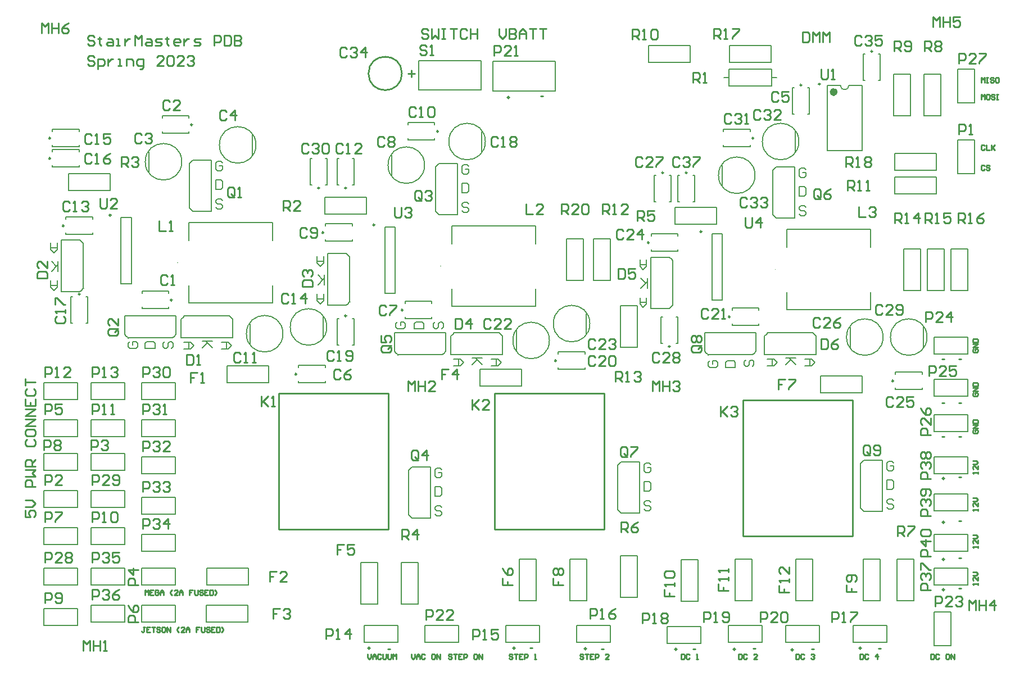
<source format=gto>
G04*
G04 #@! TF.GenerationSoftware,Altium Limited,Altium Designer,23.1.1 (15)*
G04*
G04 Layer_Color=65535*
%FSLAX44Y44*%
%MOMM*%
G71*
G04*
G04 #@! TF.SameCoordinates,B2619DF1-9EDC-4D65-B863-11D422F83FB1*
G04*
G04*
G04 #@! TF.FilePolarity,Positive*
G04*
G01*
G75*
%ADD10C,0.1500*%
%ADD11C,0.2500*%
%ADD12C,0.6000*%
%ADD13C,0.2000*%
%ADD14C,0.1000*%
%ADD15C,0.2540*%
D10*
X1526100Y782320D02*
G03*
X1526100Y782320I-27500J0D01*
G01*
X1267020Y1026160D02*
G03*
X1267020Y1026160I-27500J0D01*
G01*
X1333060Y1076960D02*
G03*
X1333060Y1076960I-27500J0D01*
G01*
X1459900Y782320D02*
G03*
X1459900Y782320I-27500J0D01*
G01*
X1018260Y802640D02*
G03*
X1018260Y802640I-27500J0D01*
G01*
X957300Y777240D02*
G03*
X957300Y777240I-27500J0D01*
G01*
X860780Y1076960D02*
G03*
X860780Y1076960I-27500J0D01*
G01*
X621860Y797560D02*
G03*
X621860Y797560I-27500J0D01*
G01*
X555820Y787400D02*
G03*
X555820Y787400I-27500J0D01*
G01*
X769180Y1041400D02*
G03*
X769180Y1041400I-27500J0D01*
G01*
X515180Y1071880D02*
G03*
X515180Y1071880I-27500J0D01*
G01*
X403420Y1046480D02*
G03*
X403420Y1046480I-27500J0D01*
G01*
X1285240Y749300D02*
X1295237D01*
X1300235Y744302D01*
X1295237Y739303D01*
X1285240D01*
X1292738D01*
Y749300D01*
X1328175Y750570D02*
X1313180D01*
X1318178D01*
X1328175Y740573D01*
X1320678Y748071D01*
X1313180Y740573D01*
X1342390Y749300D02*
X1352387D01*
X1357385Y744302D01*
X1352387Y739303D01*
X1342390D01*
X1349888D01*
Y749300D01*
X1103630Y898906D02*
Y888909D01*
X1098632Y883911D01*
X1093633Y888909D01*
Y898906D01*
Y891408D01*
X1103630D01*
X1104900Y855971D02*
Y870966D01*
Y865968D01*
X1094903Y855971D01*
X1102401Y863468D01*
X1094903Y870966D01*
X1103630Y841756D02*
Y831759D01*
X1098632Y826761D01*
X1093633Y831759D01*
Y841756D01*
Y834258D01*
X1103630D01*
X812800Y749300D02*
X822797D01*
X827795Y744302D01*
X822797Y739303D01*
X812800D01*
X820298D01*
Y749300D01*
X855735Y750570D02*
X840740D01*
X845738D01*
X855735Y740573D01*
X848238Y748071D01*
X840740Y740573D01*
X869950Y749300D02*
X879947D01*
X884945Y744302D01*
X879947Y739303D01*
X869950D01*
X877448D01*
Y749300D01*
X617220Y904240D02*
Y894243D01*
X612222Y889245D01*
X607223Y894243D01*
Y904240D01*
Y896742D01*
X617220D01*
X618490Y861305D02*
Y876300D01*
Y871302D01*
X608493Y861305D01*
X615991Y868802D01*
X608493Y876300D01*
X617220Y847090D02*
Y837093D01*
X612222Y832095D01*
X607223Y837093D01*
Y847090D01*
Y839592D01*
X617220D01*
X215900Y924560D02*
Y914563D01*
X210902Y909565D01*
X205903Y914563D01*
Y924560D01*
Y917062D01*
X215900D01*
X217170Y881625D02*
Y896620D01*
Y891622D01*
X207173Y881625D01*
X214671Y889122D01*
X207173Y896620D01*
X215900Y867410D02*
Y857413D01*
X210902Y852415D01*
X205903Y857413D01*
Y867410D01*
Y859912D01*
X215900D01*
X406400Y774700D02*
X416397D01*
X421395Y769702D01*
X416397Y764703D01*
X406400D01*
X413898D01*
Y774700D01*
X449335Y775970D02*
X434340D01*
X439338D01*
X449335Y765973D01*
X441838Y773471D01*
X434340Y765973D01*
X463550Y774700D02*
X473547D01*
X478545Y769702D01*
X473547Y764703D01*
X463550D01*
X471048D01*
Y774700D01*
X464657Y1045006D02*
X462158Y1047505D01*
X457159D01*
X454660Y1045006D01*
Y1035009D01*
X457159Y1032510D01*
X462158D01*
X464657Y1035009D01*
Y1040008D01*
X459658D01*
X464657Y987856D02*
X462158Y990355D01*
X457159D01*
X454660Y987856D01*
Y985357D01*
X457159Y982858D01*
X462158D01*
X464657Y980358D01*
Y977859D01*
X462158Y975360D01*
X457159D01*
X454660Y977859D01*
Y1019565D02*
Y1004570D01*
X462158D01*
X464657Y1007069D01*
Y1017066D01*
X462158Y1019565D01*
X454660D01*
X348479Y765556D02*
X363474D01*
Y773054D01*
X360975Y775553D01*
X350978D01*
X348479Y773054D01*
Y765556D01*
X377648Y775553D02*
X375149Y773054D01*
Y768055D01*
X377648Y765556D01*
X380147D01*
X382646Y768055D01*
Y773054D01*
X385146Y775553D01*
X387645D01*
X390144Y773054D01*
Y768055D01*
X387645Y765556D01*
X324816Y775045D02*
X322317Y772546D01*
Y767547D01*
X324816Y765048D01*
X334813D01*
X337312Y767547D01*
Y772546D01*
X334813Y775045D01*
X329814D01*
Y770046D01*
X835497Y1039926D02*
X832998Y1042425D01*
X827999D01*
X825500Y1039926D01*
Y1029929D01*
X827999Y1027430D01*
X832998D01*
X835497Y1029929D01*
Y1034928D01*
X830498D01*
X835497Y982776D02*
X832998Y985275D01*
X827999D01*
X825500Y982776D01*
Y980277D01*
X827999Y977778D01*
X832998D01*
X835497Y975278D01*
Y972779D01*
X832998Y970280D01*
X827999D01*
X825500Y972779D01*
Y1014485D02*
Y999490D01*
X832998D01*
X835497Y1001989D01*
Y1011986D01*
X832998Y1014485D01*
X825500D01*
X784860Y557285D02*
Y542290D01*
X792358D01*
X794857Y544789D01*
Y554786D01*
X792358Y557285D01*
X784860D01*
X794857Y525576D02*
X792358Y528075D01*
X787359D01*
X784860Y525576D01*
Y523077D01*
X787359Y520578D01*
X792358D01*
X794857Y518078D01*
Y515579D01*
X792358Y513080D01*
X787359D01*
X784860Y515579D01*
X794857Y582726D02*
X792358Y585225D01*
X787359D01*
X784860Y582726D01*
Y572729D01*
X787359Y570230D01*
X792358D01*
X794857Y572729D01*
Y577728D01*
X789858D01*
X727914Y805017D02*
X725415Y802518D01*
Y797519D01*
X727914Y795020D01*
X737911D01*
X740410Y797519D01*
Y802518D01*
X737911Y805017D01*
X732912D01*
Y800018D01*
X785064Y805017D02*
X782565Y802518D01*
Y797519D01*
X785064Y795020D01*
X787563D01*
X790062Y797519D01*
Y802518D01*
X792562Y805017D01*
X795061D01*
X797560Y802518D01*
Y797519D01*
X795061Y795020D01*
X753355D02*
X768350D01*
Y802518D01*
X765851Y805017D01*
X755854D01*
X753355Y802518D01*
Y795020D01*
X1333500Y1009405D02*
Y994410D01*
X1340998D01*
X1343497Y996909D01*
Y1006906D01*
X1340998Y1009405D01*
X1333500D01*
X1343497Y977696D02*
X1340998Y980195D01*
X1335999D01*
X1333500Y977696D01*
Y975197D01*
X1335999Y972698D01*
X1340998D01*
X1343497Y970198D01*
Y967699D01*
X1340998Y965200D01*
X1335999D01*
X1333500Y967699D01*
X1343497Y1034846D02*
X1340998Y1037345D01*
X1335999D01*
X1333500Y1034846D01*
Y1024849D01*
X1335999Y1022350D01*
X1340998D01*
X1343497Y1024849D01*
Y1029848D01*
X1338498D01*
X1109817Y590346D02*
X1107318Y592845D01*
X1102319D01*
X1099820Y590346D01*
Y580349D01*
X1102319Y577850D01*
X1107318D01*
X1109817Y580349D01*
Y585348D01*
X1104818D01*
X1109817Y533196D02*
X1107318Y535695D01*
X1102319D01*
X1099820Y533196D01*
Y530697D01*
X1102319Y528198D01*
X1107318D01*
X1109817Y525698D01*
Y523199D01*
X1107318Y520700D01*
X1102319D01*
X1099820Y523199D01*
Y564905D02*
Y549910D01*
X1107318D01*
X1109817Y552409D01*
Y562406D01*
X1107318Y564905D01*
X1099820D01*
X1222493Y736854D02*
X1237488D01*
Y744352D01*
X1234989Y746851D01*
X1224992D01*
X1222493Y744352D01*
Y736854D01*
X1252932Y747867D02*
X1250433Y745368D01*
Y740369D01*
X1252932Y737870D01*
X1255431D01*
X1257930Y740369D01*
Y745368D01*
X1260430Y747867D01*
X1262929D01*
X1265428Y745368D01*
Y740369D01*
X1262929Y737870D01*
X1198576Y746597D02*
X1196077Y744098D01*
Y739099D01*
X1198576Y736600D01*
X1208573D01*
X1211072Y739099D01*
Y744098D01*
X1208573Y746597D01*
X1203574D01*
Y741598D01*
X1475577Y592886D02*
X1473078Y595385D01*
X1468079D01*
X1465580Y592886D01*
Y582889D01*
X1468079Y580390D01*
X1473078D01*
X1475577Y582889D01*
Y587888D01*
X1470578D01*
X1475577Y535736D02*
X1473078Y538235D01*
X1468079D01*
X1465580Y535736D01*
Y533237D01*
X1468079Y530738D01*
X1473078D01*
X1475577Y528238D01*
Y525739D01*
X1473078Y523240D01*
X1468079D01*
X1465580Y525739D01*
Y567445D02*
Y552450D01*
X1473078D01*
X1475577Y554949D01*
Y564946D01*
X1473078Y567445D01*
X1465580D01*
D11*
X1186690Y941180D02*
G03*
X1186690Y941180I-1250J0D01*
G01*
X1337290Y1162170D02*
G03*
X1337290Y1162170I-1250J0D01*
G01*
X1365230Y1163620D02*
G03*
X1365230Y1163620I-1250J0D01*
G01*
X693930Y951340D02*
G03*
X693930Y951340I-1250J0D01*
G01*
X296790Y966110D02*
G03*
X296790Y966110I-1250J0D01*
G01*
X1164570Y1030090D02*
G03*
X1164570Y1030090I-1250J0D01*
G01*
X1443970Y1212970D02*
G03*
X1443970Y1212970I-1250J0D01*
G01*
X1265020Y1082040D02*
G03*
X1265020Y1082040I-1250J0D01*
G01*
X610850Y1006990D02*
G03*
X610850Y1006990I-1250J0D01*
G01*
X1139170Y768230D02*
G03*
X1139170Y768230I-1250J0D01*
G01*
X1129010Y1030090D02*
G03*
X1129010Y1030090I-1250J0D01*
G01*
X1475600Y716280D02*
G03*
X1475600Y716280I-1250J0D01*
G01*
X1107500Y924560D02*
G03*
X1107500Y924560I-1250J0D01*
G01*
X1229420Y812800D02*
G03*
X1229420Y812800I-1250J0D01*
G01*
X967600Y746760D02*
G03*
X967600Y746760I-1250J0D01*
G01*
X651490Y814390D02*
G03*
X651490Y814390I-1250J0D01*
G01*
X250170Y847210D02*
G03*
X250170Y847210I-1250J0D01*
G01*
X205600Y1051560D02*
G03*
X205600Y1051560I-1250J0D01*
G01*
Y1082040D02*
G03*
X205600Y1082040I-1250J0D01*
G01*
X225920Y949960D02*
G03*
X225920Y949960I-1250J0D01*
G01*
X651490Y1006990D02*
G03*
X651490Y1006990I-1250J0D01*
G01*
X789840Y1092200D02*
G03*
X789840Y1092200I-1250J0D01*
G01*
X617080Y939800D02*
G03*
X617080Y939800I-1250J0D01*
G01*
X736660Y822960D02*
G03*
X736660Y822960I-1250J0D01*
G01*
X576440Y726440D02*
G03*
X576440Y726440I-1250J0D01*
G01*
X419400Y1102360D02*
G03*
X419400Y1102360I-1250J0D01*
G01*
X388920Y838200D02*
G03*
X388920Y838200I-1250J0D01*
G01*
D12*
X1388580Y1151520D02*
G03*
X1388580Y1151520I-3000J0D01*
G01*
D13*
X1395730Y1161520D02*
G03*
X1408430Y1161520I6350J0D01*
G01*
X1300480Y788670D02*
X1353667D01*
X1301115Y755650D02*
X1340485D01*
X1358900D02*
Y783590D01*
X1353667Y788822D02*
X1354632Y787858D01*
X1357020Y785470D02*
X1358900Y783590D01*
X1286510Y788670D02*
X1300480D01*
X1281430Y762318D02*
Y775652D01*
Y783590D02*
X1284605Y786765D01*
X1354632Y787858D02*
X1357020Y785470D01*
X1281430Y755650D02*
X1301115D01*
X1340485D02*
X1358900D01*
X1281430Y775652D02*
Y783590D01*
Y755650D02*
Y762318D01*
X1284605Y786765D02*
X1286510Y788670D01*
X1143000Y830479D02*
Y883666D01*
X1109980Y843661D02*
Y883031D01*
Y825246D02*
X1137920D01*
X1142188Y829514D02*
X1143152Y830479D01*
X1137920Y825246D02*
X1139800Y827126D01*
X1143000Y883666D02*
Y897636D01*
X1116647Y902716D02*
X1129983D01*
X1137920D02*
X1141095Y899541D01*
X1139800Y827126D02*
X1142188Y829514D01*
X1109980Y883031D02*
Y902716D01*
Y825246D02*
Y843661D01*
X1129983Y902716D02*
X1137920D01*
X1109980D02*
X1116647D01*
X1141095Y899541D02*
X1143000Y897636D01*
X828040Y788670D02*
X881227D01*
X828675Y755650D02*
X868045D01*
X886460D02*
Y783590D01*
X881227Y788822D02*
X882192Y787858D01*
X884580Y785470D02*
X886460Y783590D01*
X814070Y788670D02*
X828040D01*
X808990Y762318D02*
Y775652D01*
Y783590D02*
X812165Y786765D01*
X882192Y787858D02*
X884580Y785470D01*
X808990Y755650D02*
X828675D01*
X868045D02*
X886460D01*
X808990Y775652D02*
Y783590D01*
Y755650D02*
Y762318D01*
X812165Y786765D02*
X814070Y788670D01*
X656590Y835813D02*
Y889000D01*
X623570Y848995D02*
Y888365D01*
Y830580D02*
X651510D01*
X655778Y834848D02*
X656742Y835813D01*
X651510Y830580D02*
X653390Y832460D01*
X656590Y889000D02*
Y902970D01*
X630238Y908050D02*
X643572D01*
X651510D02*
X654685Y904875D01*
X653390Y832460D02*
X655778Y834848D01*
X623570Y888365D02*
Y908050D01*
Y830580D02*
Y848995D01*
X643572Y908050D02*
X651510D01*
X623570D02*
X630238D01*
X654685Y904875D02*
X656590Y902970D01*
X255270Y856133D02*
Y909320D01*
X222250Y869315D02*
Y908685D01*
Y850900D02*
X250190D01*
X254458Y855168D02*
X255422Y856133D01*
X250190Y850900D02*
X252070Y852780D01*
X255270Y909320D02*
Y923290D01*
X228918Y928370D02*
X242253D01*
X250190D02*
X253365Y925195D01*
X252070Y852780D02*
X254458Y855168D01*
X222250Y908685D02*
Y928370D01*
Y850900D02*
Y869315D01*
X242253Y928370D02*
X250190D01*
X222250D02*
X228918D01*
X253365Y925195D02*
X255270Y923290D01*
X421640Y814070D02*
X474827D01*
X422275Y781050D02*
X461645D01*
X480060D02*
Y808990D01*
X474827Y814222D02*
X475792Y813258D01*
X478180Y810870D02*
X480060Y808990D01*
X407670Y814070D02*
X421640D01*
X402590Y787718D02*
Y801052D01*
Y808990D02*
X405765Y812165D01*
X475792Y813258D02*
X478180Y810870D01*
X402590Y781050D02*
X422275D01*
X461645D02*
X480060D01*
X402590Y801052D02*
Y808990D01*
Y781050D02*
Y787718D01*
X405765Y812165D02*
X407670Y814070D01*
X415290Y976630D02*
X417195Y974725D01*
X441642Y971550D02*
X448310D01*
X420370D02*
X428307D01*
X448310Y1030605D02*
Y1049020D01*
Y971550D02*
Y991235D01*
X416102Y1044752D02*
X418490Y1047140D01*
X417195Y974725D02*
X420370Y971550D01*
X428307D02*
X441642D01*
X415290Y976630D02*
Y990600D01*
X418490Y1047140D02*
X420370Y1049020D01*
X415137Y1043788D02*
X416102Y1044752D01*
X420370Y1049020D02*
X448310D01*
Y991235D02*
Y1030605D01*
X415290Y990600D02*
Y1043788D01*
X322733Y781050D02*
X375920D01*
X335915Y814070D02*
X375285D01*
X317500Y786130D02*
Y814070D01*
X321768Y781862D02*
X322733Y780898D01*
X317500Y786130D02*
X319380Y784250D01*
X375920Y781050D02*
X389890D01*
X394970Y794068D02*
Y807402D01*
X391795Y782955D02*
X394970Y786130D01*
X319380Y784250D02*
X321768Y781862D01*
X375285Y814070D02*
X394970D01*
X317500D02*
X335915D01*
X394970Y786130D02*
Y794068D01*
Y807402D02*
Y814070D01*
X389890Y781050D02*
X391795Y782955D01*
X786130Y971550D02*
X788035Y969645D01*
X812483Y966470D02*
X819150D01*
X791210D02*
X799147D01*
X819150Y1025525D02*
Y1043940D01*
Y966470D02*
Y986155D01*
X786942Y1039672D02*
X789330Y1042060D01*
X788035Y969645D02*
X791210Y966470D01*
X799147D02*
X812483D01*
X786130Y971550D02*
Y985520D01*
X789330Y1042060D02*
X791210Y1043940D01*
X785977Y1038708D02*
X786942Y1039672D01*
X791210Y1043940D02*
X819150D01*
Y986155D02*
Y1025525D01*
X786130Y985520D02*
Y1038708D01*
X745490Y528320D02*
Y581507D01*
X778510Y528955D02*
Y568325D01*
X750570Y586740D02*
X778510D01*
X745338Y581507D02*
X746302Y582472D01*
X748690Y584860D02*
X750570Y586740D01*
X745490Y514350D02*
Y528320D01*
X758508Y509270D02*
X771842D01*
X747395Y512445D02*
X750570Y509270D01*
X746302Y582472D02*
X748690Y584860D01*
X778510Y509270D02*
Y528955D01*
Y568325D02*
Y586740D01*
X750570Y509270D02*
X758508D01*
X771842D02*
X778510D01*
X745490Y514350D02*
X747395Y512445D01*
X796290Y755650D02*
X798195Y757555D01*
X801370Y782002D02*
Y788670D01*
Y760730D02*
Y768668D01*
X723900Y788670D02*
X742315D01*
X781685D02*
X801370D01*
X725780Y758850D02*
X728168Y756462D01*
X798195Y757555D02*
X801370Y760730D01*
Y768668D02*
Y782002D01*
X782320Y755650D02*
X796290D01*
X723900Y760730D02*
X725780Y758850D01*
X728168Y756462D02*
X729133Y755498D01*
X723900Y760730D02*
Y788670D01*
X742315D02*
X781685D01*
X729133Y755650D02*
X782320D01*
X1294130Y980440D02*
Y1033627D01*
X1327150Y981075D02*
Y1020445D01*
X1299210Y1038860D02*
X1327150D01*
X1293978Y1033627D02*
X1294942Y1034592D01*
X1297330Y1036980D02*
X1299210Y1038860D01*
X1294130Y966470D02*
Y980440D01*
X1307148Y961390D02*
X1320482D01*
X1296035Y964565D02*
X1299210Y961390D01*
X1294942Y1034592D02*
X1297330Y1036980D01*
X1327150Y961390D02*
Y981075D01*
Y1020445D02*
Y1038860D01*
X1299210Y961390D02*
X1307148D01*
X1320482D02*
X1327150D01*
X1294130Y966470D02*
X1296035Y964565D01*
X1060450Y521970D02*
X1062355Y520065D01*
X1086803Y516890D02*
X1093470D01*
X1065530D02*
X1073467D01*
X1093470Y575945D02*
Y594360D01*
Y516890D02*
Y536575D01*
X1061262Y590092D02*
X1063650Y592480D01*
X1062355Y520065D02*
X1065530Y516890D01*
X1073467D02*
X1086803D01*
X1060450Y521970D02*
Y535940D01*
X1063650Y592480D02*
X1065530Y594360D01*
X1060297Y589128D02*
X1061262Y590092D01*
X1065530Y594360D02*
X1093470D01*
Y536575D02*
Y575945D01*
X1060450Y535940D02*
Y589128D01*
X1196492Y755650D02*
X1249680D01*
X1209675Y788670D02*
X1249045D01*
X1191260Y760730D02*
Y788670D01*
X1195528Y756462D02*
X1196492Y755498D01*
X1191260Y760730D02*
X1193140Y758850D01*
X1249680Y755650D02*
X1263650D01*
X1268730Y768668D02*
Y782002D01*
X1265555Y757555D02*
X1268730Y760730D01*
X1193140Y758850D02*
X1195528Y756462D01*
X1249045Y788670D02*
X1268730D01*
X1191260D02*
X1209675D01*
X1268730Y760730D02*
Y768668D01*
Y782002D02*
Y788670D01*
X1263650Y755650D02*
X1265555Y757555D01*
X1426210Y524510D02*
X1428115Y522605D01*
X1452563Y519430D02*
X1459230D01*
X1431290D02*
X1439227D01*
X1459230Y578485D02*
Y596900D01*
Y519430D02*
Y539115D01*
X1427022Y592632D02*
X1429410Y595020D01*
X1428115Y522605D02*
X1431290Y519430D01*
X1439227D02*
X1452563D01*
X1426210Y524510D02*
Y538480D01*
X1429410Y595020D02*
X1431290Y596900D01*
X1426057Y591668D02*
X1427022Y592632D01*
X1431290Y596900D02*
X1459230D01*
Y539115D02*
Y578485D01*
X1426210Y538480D02*
Y591668D01*
X1520350Y767320D02*
Y797320D01*
X1064460Y766860D02*
X1089460D01*
Y829860D01*
X1064460D02*
X1089460D01*
X1064460Y766860D02*
Y829860D01*
X1106420Y1196540D02*
X1169420D01*
X1106420D02*
Y1221540D01*
X1169420D01*
Y1196540D02*
Y1221540D01*
X1227340Y1185980D02*
X1292340D01*
Y1160980D02*
Y1185980D01*
X1227340Y1160980D02*
X1292340D01*
X1227340D02*
Y1185980D01*
X1220090Y1173480D02*
X1227340D01*
X1292340D02*
X1299590D01*
X1201940Y837730D02*
Y937730D01*
X1217940Y837730D02*
Y937730D01*
X1201940D02*
X1217940D01*
X1201940Y837730D02*
X1217940D01*
X440940Y409140D02*
X503940D01*
X440940D02*
Y434140D01*
X503940D01*
Y409140D02*
Y434140D01*
X440140Y353260D02*
X503140D01*
X440140D02*
Y378260D01*
X503140D01*
Y353260D02*
Y378260D01*
X342900Y408940D02*
X393700D01*
Y434340D01*
X342900D02*
X393700D01*
X342900Y408940D02*
Y434340D01*
Y353060D02*
X393700D01*
Y378460D01*
X342900D02*
X393700D01*
X342900Y353060D02*
Y378460D01*
X1323040Y1117920D02*
X1325790D01*
X1323040Y1157920D02*
X1325790D01*
X1346290Y1117920D02*
X1349040D01*
X1346290Y1157920D02*
X1349040D01*
X1323040Y1117920D02*
Y1157920D01*
X1349040Y1117920D02*
Y1157920D01*
X1375580Y1063520D02*
X1428580D01*
X1408430Y1161520D02*
X1428580D01*
X1375580D02*
X1395730D01*
X1428580Y1063520D02*
Y1161520D01*
X1375580Y1063520D02*
Y1161520D01*
X1291340Y1196540D02*
Y1221540D01*
X1228340D02*
X1291340D01*
X1228340Y1196540D02*
Y1221540D01*
Y1196540D02*
X1291340D01*
X1587500Y756920D02*
Y782320D01*
X1536700Y756920D02*
X1587500D01*
X1536700D02*
Y782320D01*
X1587500D01*
Y693420D02*
Y718820D01*
X1536700Y693420D02*
X1587500D01*
X1536700D02*
Y718820D01*
X1587500D01*
Y640080D02*
Y665480D01*
X1536700Y640080D02*
X1587500D01*
X1536700D02*
Y665480D01*
X1587500D01*
Y459740D02*
Y485140D01*
X1536700Y459740D02*
X1587500D01*
X1536700D02*
Y485140D01*
X1587500D01*
Y520700D02*
Y546100D01*
X1536700Y520700D02*
X1587500D01*
X1536700D02*
Y546100D01*
X1587500D01*
Y576580D02*
Y601980D01*
X1536700Y576580D02*
X1587500D01*
X1536700D02*
Y601980D01*
X1587500D01*
Y408940D02*
Y434340D01*
X1536700Y408940D02*
X1587500D01*
X1536700D02*
Y434340D01*
X1587500D01*
X1562300Y915420D02*
X1587300D01*
X1562300Y852420D02*
Y915420D01*
Y852420D02*
X1587300D01*
Y915420D01*
X1430220Y448060D02*
X1455220D01*
X1430220Y385060D02*
Y448060D01*
Y385060D02*
X1455220D01*
Y448060D01*
X1481020Y385060D02*
X1506020D01*
Y448060D01*
X1481020D02*
X1506020D01*
X1481020Y385060D02*
Y448060D01*
X1328620D02*
X1353620D01*
X1328620Y385060D02*
Y448060D01*
Y385060D02*
X1353620D01*
Y448060D01*
X1237180D02*
X1262180D01*
X1237180Y385060D02*
Y448060D01*
Y385060D02*
X1262180D01*
Y448060D01*
X1363980Y322580D02*
Y347980D01*
X1313180Y322580D02*
X1363980D01*
X1313180D02*
Y347980D01*
X1363980D01*
X1477260Y1033980D02*
Y1058980D01*
Y1033980D02*
X1540260D01*
Y1058980D01*
X1477260D02*
X1540260D01*
X1477260Y998420D02*
Y1023420D01*
Y998420D02*
X1540260D01*
Y1023420D01*
X1477260D02*
X1540260D01*
X342900Y688340D02*
Y713740D01*
X393700D01*
Y688340D02*
Y713740D01*
X342900Y688340D02*
X393700D01*
X342900Y632460D02*
Y657860D01*
X393700D01*
Y632460D02*
Y657860D01*
X342900Y632460D02*
X393700D01*
X342900Y576580D02*
Y601980D01*
X393700D01*
Y576580D02*
Y601980D01*
X342900Y576580D02*
X393700D01*
X342900Y515620D02*
Y541020D01*
X393700D01*
Y515620D02*
Y541020D01*
X342900Y515620D02*
X393700D01*
X342900Y459740D02*
Y485140D01*
X393700D01*
Y459740D02*
Y485140D01*
X342900Y459740D02*
X393700D01*
X266700Y408940D02*
Y434340D01*
X317500D01*
Y408940D02*
Y434340D01*
X266700Y408940D02*
X317500D01*
X266700Y353060D02*
Y378460D01*
X317500D01*
Y353060D02*
Y378460D01*
X266700Y353060D02*
X317500D01*
X195580Y581660D02*
Y607060D01*
X246380D01*
Y581660D02*
Y607060D01*
X195580Y581660D02*
X246380D01*
X266700D02*
Y607060D01*
X317500D01*
Y581660D02*
Y607060D01*
X266700Y581660D02*
X317500D01*
X709180Y847890D02*
X725180D01*
X709180Y947890D02*
X725180D01*
Y847890D02*
Y947890D01*
X709180Y847890D02*
Y947890D01*
X312040Y862660D02*
X328040D01*
X312040Y962660D02*
X328040D01*
Y862660D02*
Y962660D01*
X312040Y862660D02*
Y962660D01*
X760730Y1198880D02*
X842645D01*
X760730Y1164273D02*
Y1186497D01*
X854710Y1154430D02*
Y1185624D01*
X760730Y1154430D02*
X854710D01*
X842645Y1198880D02*
X854710D01*
Y1185624D02*
Y1198880D01*
X760730Y1154430D02*
Y1164273D01*
Y1186497D02*
Y1198880D01*
X1475940Y1115780D02*
X1500940D01*
Y1178780D01*
X1475940D02*
X1500940D01*
X1475940Y1115780D02*
Y1178780D01*
X1521660Y1115780D02*
X1546660D01*
Y1178780D01*
X1521660D02*
X1546660D01*
X1521660Y1115780D02*
Y1178780D01*
X1064460Y390140D02*
X1089460D01*
Y453140D01*
X1064460D02*
X1089460D01*
X1064460Y390140D02*
Y453140D01*
X1146260Y952700D02*
Y977700D01*
Y952700D02*
X1209260D01*
Y977700D01*
X1146260D02*
X1209260D01*
X734260Y379980D02*
X759260D01*
Y442980D01*
X734260D02*
X759260D01*
X734260Y379980D02*
Y442980D01*
X232660Y1003500D02*
Y1028500D01*
Y1003500D02*
X295660D01*
Y1028500D01*
X232660D02*
X295660D01*
X618740Y967940D02*
Y992940D01*
Y967940D02*
X681740D01*
Y992940D01*
X618740D02*
X681740D01*
X266700Y525780D02*
Y551180D01*
X317500D01*
Y525780D02*
Y551180D01*
X266700Y525780D02*
X317500D01*
X195580Y408940D02*
Y434340D01*
X246380D01*
Y408940D02*
Y434340D01*
X195580Y408940D02*
X246380D01*
X1572260Y1186180D02*
X1597660D01*
Y1135380D02*
Y1186180D01*
X1572260Y1135380D02*
X1597660D01*
X1572260D02*
Y1186180D01*
X1536700Y317500D02*
X1562100D01*
X1536700D02*
Y368300D01*
X1562100D01*
Y317500D02*
Y368300D01*
X769620Y322580D02*
Y347980D01*
X820420D01*
Y322580D02*
Y347980D01*
X769620Y322580D02*
X820420D01*
X884555Y1153160D02*
X966470D01*
Y1165543D02*
Y1187767D01*
X872490Y1166416D02*
Y1197610D01*
X966470D01*
X872490Y1153160D02*
X884555D01*
X872490D02*
Y1166416D01*
X966470Y1187767D02*
Y1197610D01*
Y1153160D02*
Y1165543D01*
X1277620Y322580D02*
Y347980D01*
X1226820Y322580D02*
X1277620D01*
X1226820D02*
Y347980D01*
X1277620D01*
X1185418Y321056D02*
Y346456D01*
X1134618Y321056D02*
X1185418D01*
X1134618D02*
Y346456D01*
X1185418D01*
X1465580Y322580D02*
Y347980D01*
X1414780Y322580D02*
X1465580D01*
X1414780D02*
Y347980D01*
X1465580D01*
X1049020Y322580D02*
Y347980D01*
X998220Y322580D02*
X1049020D01*
X998220D02*
Y347980D01*
X1049020D01*
X942340Y322580D02*
Y347980D01*
X891540Y322580D02*
X942340D01*
X891540D02*
Y347980D01*
X942340D01*
X728980Y322580D02*
Y347980D01*
X678180Y322580D02*
X728980D01*
X678180D02*
Y347980D01*
X728980D01*
X266700Y688340D02*
Y713740D01*
X317500D01*
Y688340D02*
Y713740D01*
X266700Y688340D02*
X317500D01*
X195580D02*
Y713740D01*
X246380D01*
Y688340D02*
Y713740D01*
X195580Y688340D02*
X246380D01*
X266700Y632460D02*
Y657860D01*
X317500D01*
Y632460D02*
Y657860D01*
X266700Y632460D02*
X317500D01*
X266700Y469900D02*
Y495300D01*
X317500D01*
Y469900D02*
Y495300D01*
X266700Y469900D02*
X317500D01*
X195580Y347980D02*
Y373380D01*
X246380D01*
Y347980D02*
Y373380D01*
X195580Y347980D02*
X246380D01*
X195580Y469900D02*
Y495300D01*
X246380D01*
Y469900D02*
Y495300D01*
X195580Y469900D02*
X246380D01*
X195580Y632460D02*
Y657860D01*
X246380D01*
Y632460D02*
Y657860D01*
X195580Y632460D02*
X246380D01*
X195580Y525780D02*
Y551180D01*
X246380D01*
Y525780D02*
Y551180D01*
X195580Y525780D02*
X246380D01*
X1572260Y1028700D02*
X1597660D01*
X1572260D02*
Y1079500D01*
X1597660D01*
Y1028700D02*
Y1079500D01*
X1315300Y823420D02*
Y849920D01*
Y823420D02*
X1441300D01*
Y849920D01*
Y917920D02*
Y944420D01*
X1315300D02*
X1441300D01*
X1315300Y917920D02*
Y944420D01*
X810760Y828500D02*
Y855000D01*
Y828500D02*
X936760D01*
Y855000D01*
Y923000D02*
Y949500D01*
X810760D02*
X936760D01*
X810760Y923000D02*
Y949500D01*
X414520Y833580D02*
Y860080D01*
Y833580D02*
X540520D01*
Y860080D01*
Y928080D02*
Y954580D01*
X414520D02*
X540520D01*
X414520Y928080D02*
Y954580D01*
X1155900Y447260D02*
X1180900D01*
X1155900Y384260D02*
Y447260D01*
Y384260D02*
X1180900D01*
Y447260D01*
X988260Y448060D02*
X1013260D01*
X988260Y385060D02*
Y448060D01*
Y385060D02*
X1013260D01*
Y448060D01*
X1428500Y698700D02*
Y723700D01*
X1365500D02*
X1428500D01*
X1365500Y698700D02*
Y723700D01*
Y698700D02*
X1428500D01*
X912060Y448060D02*
X937060D01*
X912060Y385060D02*
Y448060D01*
Y385060D02*
X937060D01*
Y448060D01*
X673300Y442980D02*
X698300D01*
X673300Y379980D02*
Y442980D01*
Y379980D02*
X698300D01*
Y442980D01*
X915420Y708860D02*
Y733860D01*
X852420D02*
X915420D01*
X852420Y708860D02*
Y733860D01*
Y708860D02*
X915420D01*
X534420Y713940D02*
Y738940D01*
X471420D02*
X534420D01*
X471420Y713940D02*
Y738940D01*
Y713940D02*
X534420D01*
X1150320Y985840D02*
X1153070D01*
X1150320Y1025840D02*
X1153070D01*
X1173570Y985840D02*
X1176320D01*
X1173570Y1025840D02*
X1176320D01*
X1150320Y985840D02*
Y1025840D01*
X1176320Y985840D02*
Y1025840D01*
X1429720Y1168720D02*
X1432470D01*
X1429720Y1208720D02*
X1432470D01*
X1452970Y1168720D02*
X1455720D01*
X1452970Y1208720D02*
X1455720D01*
X1429720Y1168720D02*
Y1208720D01*
X1455720Y1168720D02*
Y1208720D01*
X1217770Y1011160D02*
Y1041160D01*
X1327310Y1061960D02*
Y1091960D01*
X1219520Y1092290D02*
Y1095040D01*
X1259520Y1092290D02*
Y1095040D01*
X1219520Y1069040D02*
Y1071790D01*
X1259520Y1069040D02*
Y1071790D01*
X1219520Y1095040D02*
X1259520D01*
X1219520Y1069040D02*
X1259520D01*
X619850Y1051240D02*
X622600D01*
X619850Y1011240D02*
X622600D01*
X596600Y1051240D02*
X599350D01*
X596600Y1011240D02*
X599350D01*
X622600D02*
Y1051240D01*
X596600Y1011240D02*
Y1051240D01*
X1148170Y812480D02*
X1150920D01*
X1148170Y772480D02*
X1150920D01*
X1124920Y812480D02*
X1127670D01*
X1124920Y772480D02*
X1127670D01*
X1150920D02*
Y812480D01*
X1124920Y772480D02*
Y812480D01*
X1114760Y985840D02*
X1117510D01*
X1114760Y1025840D02*
X1117510D01*
X1138010Y985840D02*
X1140760D01*
X1138010Y1025840D02*
X1140760D01*
X1114760Y985840D02*
Y1025840D01*
X1140760Y985840D02*
Y1025840D01*
X1410650Y767320D02*
Y797320D01*
X1518600Y703280D02*
Y706030D01*
X1478600Y703280D02*
Y706030D01*
X1518600Y726530D02*
Y729280D01*
X1478600Y726530D02*
Y729280D01*
Y703280D02*
X1518600D01*
X1478600Y729280D02*
X1518600D01*
X1150500Y911560D02*
Y914310D01*
X1110500Y911560D02*
Y914310D01*
X1150500Y934810D02*
Y937560D01*
X1110500Y934810D02*
Y937560D01*
Y911560D02*
X1150500D01*
X1110500Y937560D02*
X1150500D01*
X1012510Y787640D02*
Y817640D01*
X908050Y762240D02*
Y792240D01*
X1272420Y799800D02*
Y802550D01*
X1232420Y799800D02*
Y802550D01*
X1272420Y823050D02*
Y825800D01*
X1232420Y823050D02*
Y825800D01*
Y799800D02*
X1272420D01*
X1232420Y825800D02*
X1272420D01*
X1010600Y733760D02*
Y736510D01*
X970600Y733760D02*
Y736510D01*
X1010600Y757010D02*
Y759760D01*
X970600Y757010D02*
Y759760D01*
Y733760D02*
X1010600D01*
X970600Y759760D02*
X1010600D01*
X637240Y770140D02*
X639990D01*
X637240Y810140D02*
X639990D01*
X660490Y770140D02*
X663240D01*
X660490Y810140D02*
X663240D01*
X637240Y770140D02*
Y810140D01*
X663240Y770140D02*
Y810140D01*
X855030Y1061960D02*
Y1091960D01*
X235920Y802960D02*
X238670D01*
X235920Y842960D02*
X238670D01*
X259170Y802960D02*
X261920D01*
X259170Y842960D02*
X261920D01*
X235920Y802960D02*
Y842960D01*
X261920Y802960D02*
Y842960D01*
X248600Y1038560D02*
Y1041310D01*
X208600Y1038560D02*
Y1041310D01*
X248600Y1061810D02*
Y1064560D01*
X208600Y1061810D02*
Y1064560D01*
Y1038560D02*
X248600D01*
X208600Y1064560D02*
X248600D01*
Y1069040D02*
Y1071790D01*
X208600Y1069040D02*
Y1071790D01*
X248600Y1092290D02*
Y1095040D01*
X208600Y1092290D02*
Y1095040D01*
Y1069040D02*
X248600D01*
X208600Y1095040D02*
X248600D01*
X616110Y782560D02*
Y812560D01*
X268920Y936960D02*
Y939710D01*
X228920Y936960D02*
Y939710D01*
X268920Y960210D02*
Y962960D01*
X228920Y960210D02*
Y962960D01*
Y936960D02*
X268920D01*
X228920Y962960D02*
X268920D01*
X660490Y1051240D02*
X663240D01*
X660490Y1011240D02*
X663240D01*
X637240Y1051240D02*
X639990D01*
X637240Y1011240D02*
X639990D01*
X663240D02*
Y1051240D01*
X637240Y1011240D02*
Y1051240D01*
X506570Y772400D02*
Y802400D01*
X744340Y1102450D02*
Y1105200D01*
X784340Y1102450D02*
Y1105200D01*
X744340Y1079200D02*
Y1081950D01*
X784340Y1079200D02*
Y1081950D01*
X744340Y1105200D02*
X784340D01*
X744340Y1079200D02*
X784340D01*
X660080Y926800D02*
Y929550D01*
X620080Y926800D02*
Y929550D01*
X660080Y950050D02*
Y952800D01*
X620080Y950050D02*
Y952800D01*
Y926800D02*
X660080D01*
X620080Y952800D02*
X660080D01*
X719930Y1026400D02*
Y1056400D01*
X779660Y809960D02*
Y812710D01*
X739660Y809960D02*
Y812710D01*
X779660Y833210D02*
Y835960D01*
X739660Y833210D02*
Y835960D01*
Y809960D02*
X779660D01*
X739660Y835960D02*
X779660D01*
X619440Y713440D02*
Y716190D01*
X579440Y713440D02*
Y716190D01*
X619440Y736690D02*
Y739440D01*
X579440Y736690D02*
Y739440D01*
Y713440D02*
X619440D01*
X579440Y739440D02*
X619440D01*
X509430Y1056880D02*
Y1086880D01*
X354170Y1031480D02*
Y1061480D01*
X373900Y1112610D02*
Y1115360D01*
X413900Y1112610D02*
Y1115360D01*
X373900Y1089360D02*
Y1092110D01*
X413900Y1089360D02*
Y1092110D01*
X373900Y1115360D02*
X413900D01*
X373900Y1089360D02*
X413900D01*
X343420Y848450D02*
Y851200D01*
X383420Y848450D02*
Y851200D01*
X343420Y825200D02*
Y827950D01*
X383420Y825200D02*
Y827950D01*
X343420Y851200D02*
X383420D01*
X343420Y825200D02*
X383420D01*
X983180Y930660D02*
X1008180D01*
X983180Y867660D02*
Y930660D01*
Y867660D02*
X1008180D01*
Y930660D01*
X1023820Y867660D02*
X1048820D01*
Y930660D01*
X1023820D02*
X1048820D01*
X1023820Y867660D02*
Y930660D01*
X1491180Y915420D02*
X1516180D01*
X1491180Y852420D02*
Y915420D01*
Y852420D02*
X1516180D01*
Y915420D01*
X1526740Y852420D02*
X1551740D01*
Y915420D01*
X1526740D02*
X1551740D01*
X1526740Y852420D02*
Y915420D01*
D14*
X1298300Y883920D02*
G03*
X1297300Y883920I-500J0D01*
G01*
D02*
G03*
X1298300Y883920I500J0D01*
G01*
X793760Y889000D02*
G03*
X792760Y889000I-500J0D01*
G01*
D02*
G03*
X793760Y889000I500J0D01*
G01*
X397520Y894080D02*
G03*
X396520Y894080I-500J0D01*
G01*
D02*
G03*
X397520Y894080I500J0D01*
G01*
D15*
X735139Y1179576D02*
G03*
X735139Y1179576I-25209J0D01*
G01*
X549910Y492680D02*
Y697150D01*
X715010Y492680D02*
Y697150D01*
X549910Y492680D02*
X715010D01*
X549910Y697150D02*
X715010D01*
X1249030Y687070D02*
X1414130D01*
X1249030Y482600D02*
X1414130D01*
Y687070D01*
X1249030Y482600D02*
Y687070D01*
X875030Y697150D02*
X1040130D01*
X875030Y492680D02*
X1040130D01*
Y697150D01*
X875030Y492680D02*
Y697150D01*
X744220Y1179576D02*
X754380D01*
X749300Y1174496D02*
Y1184656D01*
X1535437Y1249682D02*
Y1264918D01*
X1540515Y1259839D01*
X1545593Y1264918D01*
Y1249682D01*
X1550672Y1264918D02*
Y1249682D01*
Y1257300D01*
X1560828D01*
Y1264918D01*
Y1249682D01*
X1576063Y1264918D02*
X1565907D01*
Y1257300D01*
X1570985Y1259839D01*
X1573524D01*
X1576063Y1257300D01*
Y1252222D01*
X1573524Y1249682D01*
X1568446D01*
X1565907Y1252222D01*
X255276Y309883D02*
Y325117D01*
X260354Y320039D01*
X265432Y325117D01*
Y309883D01*
X270511Y325117D02*
Y309883D01*
Y317500D01*
X280668D01*
Y325117D01*
Y309883D01*
X285746D02*
X290824D01*
X288285D01*
Y325117D01*
X285746Y322578D01*
X1112774Y700786D02*
Y716021D01*
X1117852Y710943D01*
X1122931Y716021D01*
Y700786D01*
X1128009Y716021D02*
Y700786D01*
Y708403D01*
X1138166D01*
Y716021D01*
Y700786D01*
X1143244Y713482D02*
X1145783Y716021D01*
X1150862D01*
X1153401Y713482D01*
Y710943D01*
X1150862Y708403D01*
X1148323D01*
X1150862D01*
X1153401Y705864D01*
Y703325D01*
X1150862Y700786D01*
X1145783D01*
X1143244Y703325D01*
X744474Y700786D02*
Y716021D01*
X749552Y710943D01*
X754631Y716021D01*
Y700786D01*
X759709Y716021D02*
Y700786D01*
Y708403D01*
X769866D01*
Y716021D01*
Y700786D01*
X785101D02*
X774944D01*
X785101Y710943D01*
Y713482D01*
X782562Y716021D01*
X777483D01*
X774944Y713482D01*
X192024Y1240536D02*
Y1255771D01*
X197102Y1250693D01*
X202181Y1255771D01*
Y1240536D01*
X207259Y1255771D02*
Y1240536D01*
Y1248154D01*
X217416D01*
Y1255771D01*
Y1240536D01*
X232651Y1255771D02*
X227572Y1253232D01*
X222494Y1248154D01*
Y1243075D01*
X225033Y1240536D01*
X230112D01*
X232651Y1243075D01*
Y1245614D01*
X230112Y1248154D01*
X222494D01*
X1589024Y370586D02*
Y385821D01*
X1594102Y380743D01*
X1599181Y385821D01*
Y370586D01*
X1604259Y385821D02*
Y370586D01*
Y378204D01*
X1614416D01*
Y385821D01*
Y370586D01*
X1627112D02*
Y385821D01*
X1619494Y378204D01*
X1629651D01*
X523243Y693418D02*
Y678183D01*
Y683261D01*
X533400Y693418D01*
X525783Y685800D01*
X533400Y678183D01*
X538478D02*
X543557D01*
X541018D01*
Y693418D01*
X538478Y690878D01*
X1458979Y828546D02*
X1456440Y831086D01*
X1451362D01*
X1448823Y828546D01*
Y818390D01*
X1451362Y815851D01*
X1456440D01*
X1458979Y818390D01*
X1474214Y815851D02*
X1464058D01*
X1474214Y826007D01*
Y828546D01*
X1471675Y831086D01*
X1466597D01*
X1464058Y828546D01*
X1479293Y818390D02*
X1481832Y815851D01*
X1486910D01*
X1489449Y818390D01*
Y828546D01*
X1486910Y831086D01*
X1481832D01*
X1479293Y828546D01*
Y826007D01*
X1481832Y823468D01*
X1489449D01*
X1056900Y715266D02*
Y730501D01*
X1064518D01*
X1067057Y727962D01*
Y722884D01*
X1064518Y720345D01*
X1056900D01*
X1061979D02*
X1067057Y715266D01*
X1072135D02*
X1077214D01*
X1074674D01*
Y730501D01*
X1072135Y727962D01*
X1084831D02*
X1087370Y730501D01*
X1092449D01*
X1094988Y727962D01*
Y725423D01*
X1092449Y722884D01*
X1089910D01*
X1092449D01*
X1094988Y720345D01*
Y717806D01*
X1092449Y715266D01*
X1087370D01*
X1084831Y717806D01*
X1060962Y885188D02*
Y869952D01*
X1068580D01*
X1071119Y872492D01*
Y882648D01*
X1068580Y885188D01*
X1060962D01*
X1086354D02*
X1076197D01*
Y877570D01*
X1081275Y880109D01*
X1083815D01*
X1086354Y877570D01*
Y872492D01*
X1083815Y869952D01*
X1078736D01*
X1076197Y872492D01*
X585472Y858524D02*
X600708D01*
Y866142D01*
X598168Y868681D01*
X588012D01*
X585472Y866142D01*
Y858524D01*
X588012Y873759D02*
X585472Y876298D01*
Y881377D01*
X588012Y883916D01*
X590551D01*
X593090Y881377D01*
Y878838D01*
Y881377D01*
X595629Y883916D01*
X598168D01*
X600708Y881377D01*
Y876298D01*
X598168Y873759D01*
X1082294Y1231138D02*
Y1246373D01*
X1089911D01*
X1092451Y1243834D01*
Y1238755D01*
X1089911Y1236216D01*
X1082294D01*
X1087372D02*
X1092451Y1231138D01*
X1097529D02*
X1102607D01*
X1100068D01*
Y1246373D01*
X1097529Y1243834D01*
X1110225D02*
X1112764Y1246373D01*
X1117842D01*
X1120382Y1243834D01*
Y1233677D01*
X1117842Y1231138D01*
X1112764D01*
X1110225Y1233677D01*
Y1243834D01*
X1173483Y1165863D02*
Y1181097D01*
X1181101D01*
X1183640Y1178558D01*
Y1173480D01*
X1181101Y1170941D01*
X1173483D01*
X1178562D02*
X1183640Y1165863D01*
X1188718D02*
X1193797D01*
X1191258D01*
Y1181097D01*
X1188718Y1178558D01*
X1252224Y962657D02*
Y949962D01*
X1254763Y947422D01*
X1259842D01*
X1262381Y949962D01*
Y962657D01*
X1275077Y947422D02*
Y962657D01*
X1267459Y955040D01*
X1277616D01*
X546101Y429258D02*
X535944D01*
Y421640D01*
X541022D01*
X535944D01*
Y414022D01*
X561336D02*
X551179D01*
X561336Y424179D01*
Y426718D01*
X558797Y429258D01*
X553718D01*
X551179Y426718D01*
X551181Y373377D02*
X541024D01*
Y365760D01*
X546102D01*
X541024D01*
Y358143D01*
X556259Y370838D02*
X558798Y373377D01*
X563877D01*
X566416Y370838D01*
Y368299D01*
X563877Y365760D01*
X561338D01*
X563877D01*
X566416Y363221D01*
Y360682D01*
X563877Y358143D01*
X558798D01*
X556259Y360682D01*
X337817Y408944D02*
X322583D01*
Y416562D01*
X325122Y419101D01*
X330200D01*
X332739Y416562D01*
Y408944D01*
X337817Y431797D02*
X322583D01*
X330200Y424179D01*
Y434336D01*
X337817Y353064D02*
X322583D01*
Y360682D01*
X325122Y363221D01*
X330200D01*
X332739Y360682D01*
Y353064D01*
X322583Y378456D02*
X325122Y373377D01*
X330200Y368299D01*
X335278D01*
X337817Y370838D01*
Y375917D01*
X335278Y378456D01*
X332739D01*
X330200Y375917D01*
Y368299D01*
X347980Y393700D02*
Y401317D01*
X350519Y398778D01*
X353058Y401317D01*
Y393700D01*
X360676Y401317D02*
X355597D01*
Y393700D01*
X360676D01*
X355597Y397509D02*
X358137D01*
X368293Y400048D02*
X367024Y401317D01*
X364485D01*
X363215Y400048D01*
Y394970D01*
X364485Y393700D01*
X367024D01*
X368293Y394970D01*
Y397509D01*
X365754D01*
X370833Y393700D02*
Y398778D01*
X373372Y401317D01*
X375911Y398778D01*
Y393700D01*
Y397509D01*
X370833D01*
X388607Y393700D02*
X386068Y396239D01*
Y398778D01*
X388607Y401317D01*
X397494Y393700D02*
X392416D01*
X397494Y398778D01*
Y400048D01*
X396224Y401317D01*
X393685D01*
X392416Y400048D01*
X400033Y393700D02*
Y398778D01*
X402572Y401317D01*
X405112Y398778D01*
Y393700D01*
Y397509D01*
X400033D01*
X420347Y401317D02*
X415268D01*
Y397509D01*
X417807D01*
X415268D01*
Y393700D01*
X422886Y401317D02*
Y394970D01*
X424155Y393700D01*
X426694D01*
X427964Y394970D01*
Y401317D01*
X435582Y400048D02*
X434312Y401317D01*
X431773D01*
X430503Y400048D01*
Y398778D01*
X431773Y397509D01*
X434312D01*
X435582Y396239D01*
Y394970D01*
X434312Y393700D01*
X431773D01*
X430503Y394970D01*
X443199Y401317D02*
X438121D01*
Y393700D01*
X443199D01*
X438121Y397509D02*
X440660D01*
X445738Y401317D02*
Y393700D01*
X449547D01*
X450817Y394970D01*
Y400048D01*
X449547Y401317D01*
X445738D01*
X453356Y393700D02*
X455895Y396239D01*
Y398778D01*
X453356Y401317D01*
X347978Y345438D02*
X345439D01*
X346709D01*
Y339090D01*
X345439Y337820D01*
X344170D01*
X342900Y339090D01*
X355596Y345438D02*
X350518D01*
Y337820D01*
X355596D01*
X350518Y341629D02*
X353057D01*
X358135Y345438D02*
X363213D01*
X360674D01*
Y337820D01*
X370831Y344168D02*
X369561Y345438D01*
X367022D01*
X365753Y344168D01*
Y342898D01*
X367022Y341629D01*
X369561D01*
X370831Y340359D01*
Y339090D01*
X369561Y337820D01*
X367022D01*
X365753Y339090D01*
X377179Y345438D02*
X374640D01*
X373370Y344168D01*
Y339090D01*
X374640Y337820D01*
X377179D01*
X378448Y339090D01*
Y344168D01*
X377179Y345438D01*
X380988Y337820D02*
Y345438D01*
X386066Y337820D01*
Y345438D01*
X398762Y337820D02*
X396223Y340359D01*
Y342898D01*
X398762Y345438D01*
X407649Y337820D02*
X402571D01*
X407649Y342898D01*
Y344168D01*
X406380Y345438D01*
X403840D01*
X402571Y344168D01*
X410188Y337820D02*
Y342898D01*
X412727Y345438D01*
X415267Y342898D01*
Y337820D01*
Y341629D01*
X410188D01*
X430502Y345438D02*
X425423D01*
Y341629D01*
X427962D01*
X425423D01*
Y337820D01*
X433041Y345438D02*
Y339090D01*
X434310Y337820D01*
X436850D01*
X438119Y339090D01*
Y345438D01*
X445737Y344168D02*
X444467Y345438D01*
X441928D01*
X440658Y344168D01*
Y342898D01*
X441928Y341629D01*
X444467D01*
X445737Y340359D01*
Y339090D01*
X444467Y337820D01*
X441928D01*
X440658Y339090D01*
X453354Y345438D02*
X448276D01*
Y337820D01*
X453354D01*
X448276Y341629D02*
X450815D01*
X455893Y345438D02*
Y337820D01*
X459702D01*
X460972Y339090D01*
Y344168D01*
X459702Y345438D01*
X455893D01*
X463511Y337820D02*
X466050Y340359D01*
Y342898D01*
X463511Y345438D01*
X1338580Y1242055D02*
Y1226820D01*
X1346198D01*
X1348737Y1229359D01*
Y1239516D01*
X1346198Y1242055D01*
X1338580D01*
X1353815Y1226820D02*
Y1242055D01*
X1358893Y1236977D01*
X1363972Y1242055D01*
Y1226820D01*
X1369050D02*
Y1242055D01*
X1374129Y1236977D01*
X1379207Y1242055D01*
Y1226820D01*
X1607820Y1165860D02*
Y1173477D01*
X1610359Y1170938D01*
X1612898Y1173477D01*
Y1165860D01*
X1615437Y1173477D02*
X1617977D01*
X1616707D01*
Y1165860D01*
X1615437D01*
X1617977D01*
X1626864Y1172208D02*
X1625594Y1173477D01*
X1623055D01*
X1621785Y1172208D01*
Y1170938D01*
X1623055Y1169669D01*
X1625594D01*
X1626864Y1168399D01*
Y1167130D01*
X1625594Y1165860D01*
X1623055D01*
X1621785Y1167130D01*
X1633212Y1173477D02*
X1630673D01*
X1629403Y1172208D01*
Y1167130D01*
X1630673Y1165860D01*
X1633212D01*
X1634481Y1167130D01*
Y1172208D01*
X1633212Y1173477D01*
X1607820Y1140460D02*
Y1148077D01*
X1610359Y1145538D01*
X1612898Y1148077D01*
Y1140460D01*
X1619246Y1148077D02*
X1616707D01*
X1615437Y1146808D01*
Y1141730D01*
X1616707Y1140460D01*
X1619246D01*
X1620516Y1141730D01*
Y1146808D01*
X1619246Y1148077D01*
X1628133Y1146808D02*
X1626864Y1148077D01*
X1624325D01*
X1623055Y1146808D01*
Y1145538D01*
X1624325Y1144269D01*
X1626864D01*
X1628133Y1142999D01*
Y1141730D01*
X1626864Y1140460D01*
X1624325D01*
X1623055Y1141730D01*
X1630673Y1148077D02*
X1633212D01*
X1631942D01*
Y1140460D01*
X1630673D01*
X1633212D01*
X1612898Y1040128D02*
X1611629Y1041397D01*
X1609090D01*
X1607820Y1040128D01*
Y1035050D01*
X1609090Y1033780D01*
X1611629D01*
X1612898Y1035050D01*
X1620516Y1040128D02*
X1619246Y1041397D01*
X1616707D01*
X1615437Y1040128D01*
Y1038858D01*
X1616707Y1037589D01*
X1619246D01*
X1620516Y1036319D01*
Y1035050D01*
X1619246Y1033780D01*
X1616707D01*
X1615437Y1035050D01*
X1612898Y1070608D02*
X1611629Y1071878D01*
X1609090D01*
X1607820Y1070608D01*
Y1065530D01*
X1609090Y1064260D01*
X1611629D01*
X1612898Y1065530D01*
X1615437Y1071878D02*
Y1064260D01*
X1620516D01*
X1623055Y1071878D02*
Y1064260D01*
Y1066799D01*
X1628133Y1071878D01*
X1624325Y1068069D01*
X1628133Y1064260D01*
X774697Y1244596D02*
X772158Y1247135D01*
X767079D01*
X764540Y1244596D01*
Y1242057D01*
X767079Y1239518D01*
X772158D01*
X774697Y1236978D01*
Y1234439D01*
X772158Y1231900D01*
X767079D01*
X764540Y1234439D01*
X779775Y1247135D02*
Y1231900D01*
X784853Y1236978D01*
X789932Y1231900D01*
Y1247135D01*
X795010D02*
X800089D01*
X797549D01*
Y1231900D01*
X795010D01*
X800089D01*
X807706Y1247135D02*
X817863D01*
X812784D01*
Y1231900D01*
X833098Y1244596D02*
X830559Y1247135D01*
X825480D01*
X822941Y1244596D01*
Y1234439D01*
X825480Y1231900D01*
X830559D01*
X833098Y1234439D01*
X838176Y1247135D02*
Y1231900D01*
Y1239518D01*
X848333D01*
Y1247135D01*
Y1231900D01*
X881380Y1247135D02*
Y1236978D01*
X886458Y1231900D01*
X891537Y1236978D01*
Y1247135D01*
X896615D02*
Y1231900D01*
X904233D01*
X906772Y1234439D01*
Y1236978D01*
X904233Y1239518D01*
X896615D01*
X904233D01*
X906772Y1242057D01*
Y1244596D01*
X904233Y1247135D01*
X896615D01*
X911850Y1231900D02*
Y1242057D01*
X916928Y1247135D01*
X922007Y1242057D01*
Y1231900D01*
Y1239518D01*
X911850D01*
X927085Y1247135D02*
X937242D01*
X932164D01*
Y1231900D01*
X942320Y1247135D02*
X952477D01*
X947399D01*
Y1231900D01*
X896620Y1143847D02*
X893234D01*
X894927Y1142154D02*
Y1145540D01*
X947420D02*
X944034D01*
X1551940Y749300D02*
X1548554D01*
X1577340D02*
X1573954D01*
X1577340Y683260D02*
X1573954D01*
X1551940D02*
X1548554D01*
X1551940Y632460D02*
X1548554D01*
X1577340D02*
X1573954D01*
X1551940Y569807D02*
X1548554D01*
X1550247Y568114D02*
Y571500D01*
X1577340D02*
X1573954D01*
X1551940Y503767D02*
X1548554D01*
X1550247Y502074D02*
Y505460D01*
X1577340D02*
X1573954D01*
X1551940Y447887D02*
X1548554D01*
X1550247Y446194D02*
Y449580D01*
X1577340D02*
X1573954D01*
X1551940Y402167D02*
X1548554D01*
X1550247Y400474D02*
Y403860D01*
X1577340D02*
X1573954D01*
X1596392Y764538D02*
X1595123Y763269D01*
Y760730D01*
X1596392Y759460D01*
X1601470D01*
X1602740Y760730D01*
Y763269D01*
X1601470Y764538D01*
X1598931D01*
Y761999D01*
X1602740Y767077D02*
X1595123D01*
X1602740Y772156D01*
X1595123D01*
Y774695D02*
X1602740D01*
Y778504D01*
X1601470Y779773D01*
X1596392D01*
X1595123Y778504D01*
Y774695D01*
X1596392Y698498D02*
X1595123Y697229D01*
Y694690D01*
X1596392Y693420D01*
X1601470D01*
X1602740Y694690D01*
Y697229D01*
X1601470Y698498D01*
X1598931D01*
Y695959D01*
X1602740Y701038D02*
X1595123D01*
X1602740Y706116D01*
X1595123D01*
Y708655D02*
X1602740D01*
Y712464D01*
X1601470Y713733D01*
X1596392D01*
X1595123Y712464D01*
Y708655D01*
X1596392Y642618D02*
X1595123Y641349D01*
Y638810D01*
X1596392Y637540D01*
X1601470D01*
X1602740Y638810D01*
Y641349D01*
X1601470Y642618D01*
X1598931D01*
Y640079D01*
X1602740Y645157D02*
X1595123D01*
X1602740Y650236D01*
X1595123D01*
Y652775D02*
X1602740D01*
Y656584D01*
X1601470Y657853D01*
X1596392D01*
X1595123Y656584D01*
Y652775D01*
X1602740Y576580D02*
Y579119D01*
Y577850D01*
X1595123D01*
X1596392Y576580D01*
X1602740Y588006D02*
Y582928D01*
X1597662Y588006D01*
X1596392D01*
X1595123Y586737D01*
Y584198D01*
X1596392Y582928D01*
X1595123Y590546D02*
X1600201D01*
X1602740Y593085D01*
X1600201Y595624D01*
X1595123D01*
X1602740Y520700D02*
Y523239D01*
Y521970D01*
X1595123D01*
X1596392Y520700D01*
X1602740Y532126D02*
Y527048D01*
X1597662Y532126D01*
X1596392D01*
X1595123Y530857D01*
Y528317D01*
X1596392Y527048D01*
X1595123Y534665D02*
X1600201D01*
X1602740Y537205D01*
X1600201Y539744D01*
X1595123D01*
X1602740Y464820D02*
Y467359D01*
Y466090D01*
X1595123D01*
X1596392Y464820D01*
X1602740Y476246D02*
Y471168D01*
X1597662Y476246D01*
X1596392D01*
X1595123Y474977D01*
Y472438D01*
X1596392Y471168D01*
X1595123Y478786D02*
X1600201D01*
X1602740Y481325D01*
X1600201Y483864D01*
X1595123D01*
X1602740Y408940D02*
Y411479D01*
Y410210D01*
X1595123D01*
X1596392Y408940D01*
X1602740Y420366D02*
Y415288D01*
X1597662Y420366D01*
X1596392D01*
X1595123Y419097D01*
Y416558D01*
X1596392Y415288D01*
X1595123Y422906D02*
X1600201D01*
X1602740Y425445D01*
X1600201Y427984D01*
X1595123D01*
X1424940Y304797D02*
Y297180D01*
X1428749D01*
X1430018Y298450D01*
Y303528D01*
X1428749Y304797D01*
X1424940D01*
X1437636Y303528D02*
X1436366Y304797D01*
X1433827D01*
X1432558Y303528D01*
Y298450D01*
X1433827Y297180D01*
X1436366D01*
X1437636Y298450D01*
X1451601Y297180D02*
Y304797D01*
X1447793Y300989D01*
X1452871D01*
X1328420Y304797D02*
Y297180D01*
X1332229D01*
X1333498Y298450D01*
Y303528D01*
X1332229Y304797D01*
X1328420D01*
X1341116Y303528D02*
X1339846Y304797D01*
X1337307D01*
X1336037Y303528D01*
Y298450D01*
X1337307Y297180D01*
X1339846D01*
X1341116Y298450D01*
X1351273Y303528D02*
X1352542Y304797D01*
X1355081D01*
X1356351Y303528D01*
Y302258D01*
X1355081Y300989D01*
X1353812D01*
X1355081D01*
X1356351Y299719D01*
Y298450D01*
X1355081Y297180D01*
X1352542D01*
X1351273Y298450D01*
X1242060Y304797D02*
Y297180D01*
X1245869D01*
X1247138Y298450D01*
Y303528D01*
X1245869Y304797D01*
X1242060D01*
X1254756Y303528D02*
X1253486Y304797D01*
X1250947D01*
X1249678Y303528D01*
Y298450D01*
X1250947Y297180D01*
X1253486D01*
X1254756Y298450D01*
X1269991Y297180D02*
X1264913D01*
X1269991Y302258D01*
Y303528D01*
X1268721Y304797D01*
X1266182D01*
X1264913Y303528D01*
X1155700Y304797D02*
Y297180D01*
X1159509D01*
X1160778Y298450D01*
Y303528D01*
X1159509Y304797D01*
X1155700D01*
X1168396Y303528D02*
X1167126Y304797D01*
X1164587D01*
X1163317Y303528D01*
Y298450D01*
X1164587Y297180D01*
X1167126D01*
X1168396Y298450D01*
X1178553Y297180D02*
X1181092D01*
X1179822D01*
Y304797D01*
X1178553Y303528D01*
X1531620Y304797D02*
Y297180D01*
X1535429D01*
X1536698Y298450D01*
Y303528D01*
X1535429Y304797D01*
X1531620D01*
X1544316Y303528D02*
X1543046Y304797D01*
X1540507D01*
X1539238Y303528D01*
Y298450D01*
X1540507Y297180D01*
X1543046D01*
X1544316Y298450D01*
X1558281Y304797D02*
X1555742D01*
X1554473Y303528D01*
Y298450D01*
X1555742Y297180D01*
X1558281D01*
X1559551Y298450D01*
Y303528D01*
X1558281Y304797D01*
X1562090Y297180D02*
Y304797D01*
X1567168Y297180D01*
Y304797D01*
X1456436Y312928D02*
X1453050D01*
X1426464Y313775D02*
X1423078D01*
X1424771Y312082D02*
Y315468D01*
X1355852Y312674D02*
X1352466D01*
X1324356Y311743D02*
X1320970D01*
X1322663Y310050D02*
Y313436D01*
X1267714Y313182D02*
X1264328D01*
X1237488Y312505D02*
X1234102D01*
X1235795Y310812D02*
Y314198D01*
X1177290Y312420D02*
X1173904D01*
X1149350Y311997D02*
X1145964D01*
X1147657Y310304D02*
Y313690D01*
X1039368Y312674D02*
X1035982D01*
X1012698Y313521D02*
X1009312D01*
X1011005Y311828D02*
Y315214D01*
X1008378Y303528D02*
X1007109Y304797D01*
X1004570D01*
X1003300Y303528D01*
Y302258D01*
X1004570Y300989D01*
X1007109D01*
X1008378Y299719D01*
Y298450D01*
X1007109Y297180D01*
X1004570D01*
X1003300Y298450D01*
X1010918Y304797D02*
X1015996D01*
X1013457D01*
Y297180D01*
X1023613Y304797D02*
X1018535D01*
Y297180D01*
X1023613D01*
X1018535Y300989D02*
X1021074D01*
X1026153Y297180D02*
Y304797D01*
X1029961D01*
X1031231Y303528D01*
Y300989D01*
X1029961Y299719D01*
X1026153D01*
X1046466Y297180D02*
X1041388D01*
X1046466Y302258D01*
Y303528D01*
X1045197Y304797D01*
X1042657D01*
X1041388Y303528D01*
X901698D02*
X900429Y304797D01*
X897890D01*
X896620Y303528D01*
Y302258D01*
X897890Y300989D01*
X900429D01*
X901698Y299719D01*
Y298450D01*
X900429Y297180D01*
X897890D01*
X896620Y298450D01*
X904238Y304797D02*
X909316D01*
X906777D01*
Y297180D01*
X916933Y304797D02*
X911855D01*
Y297180D01*
X916933D01*
X911855Y300989D02*
X914394D01*
X919473Y297180D02*
Y304797D01*
X923281D01*
X924551Y303528D01*
Y300989D01*
X923281Y299719D01*
X919473D01*
X934708Y297180D02*
X937247D01*
X935977D01*
Y304797D01*
X934708Y303528D01*
X905510Y314283D02*
X902124D01*
X903817Y312590D02*
Y315976D01*
X931418Y314198D02*
X928032D01*
X810258Y303528D02*
X808989Y304797D01*
X806450D01*
X805180Y303528D01*
Y302258D01*
X806450Y300989D01*
X808989D01*
X810258Y299719D01*
Y298450D01*
X808989Y297180D01*
X806450D01*
X805180Y298450D01*
X812797Y304797D02*
X817876D01*
X815337D01*
Y297180D01*
X825493Y304797D02*
X820415D01*
Y297180D01*
X825493D01*
X820415Y300989D02*
X822954D01*
X828033Y297180D02*
Y304797D01*
X831841D01*
X833111Y303528D01*
Y300989D01*
X831841Y299719D01*
X828033D01*
X847076Y304797D02*
X844537D01*
X843268Y303528D01*
Y298450D01*
X844537Y297180D01*
X847076D01*
X848346Y298450D01*
Y303528D01*
X847076Y304797D01*
X850885Y297180D02*
Y304797D01*
X855964Y297180D01*
Y304797D01*
X749300D02*
Y299719D01*
X751839Y297180D01*
X754378Y299719D01*
Y304797D01*
X756917Y297180D02*
Y302258D01*
X759457Y304797D01*
X761996Y302258D01*
Y297180D01*
Y300989D01*
X756917D01*
X769613Y303528D02*
X768344Y304797D01*
X765805D01*
X764535Y303528D01*
Y298450D01*
X765805Y297180D01*
X768344D01*
X769613Y298450D01*
X783579Y304797D02*
X781040D01*
X779770Y303528D01*
Y298450D01*
X781040Y297180D01*
X783579D01*
X784848Y298450D01*
Y303528D01*
X783579Y304797D01*
X787388Y297180D02*
Y304797D01*
X792466Y297180D01*
Y304797D01*
X713740Y312420D02*
X717126D01*
X683260Y314113D02*
X686646D01*
X684953Y315806D02*
Y312420D01*
X683260Y304797D02*
Y299719D01*
X685799Y297180D01*
X688338Y299719D01*
Y304797D01*
X690878Y297180D02*
Y302258D01*
X693417Y304797D01*
X695956Y302258D01*
Y297180D01*
Y300989D01*
X690878D01*
X703573Y303528D02*
X702304Y304797D01*
X699765D01*
X698495Y303528D01*
Y298450D01*
X699765Y297180D01*
X702304D01*
X703573Y298450D01*
X706113Y304797D02*
Y298450D01*
X707382Y297180D01*
X709921D01*
X711191Y298450D01*
Y304797D01*
X713730D02*
Y298450D01*
X715000Y297180D01*
X717539D01*
X718809Y298450D01*
Y304797D01*
X721348Y297180D02*
Y304797D01*
X723887Y302258D01*
X726426Y304797D01*
Y297180D01*
X167645Y521205D02*
Y511048D01*
X175263D01*
X172723Y516126D01*
Y518666D01*
X175263Y521205D01*
X180341D01*
X182880Y518666D01*
Y513587D01*
X180341Y511048D01*
X167645Y526283D02*
X177802D01*
X182880Y531361D01*
X177802Y536440D01*
X167645D01*
X182880Y556753D02*
X167645D01*
Y564371D01*
X170184Y566910D01*
X175263D01*
X177802Y564371D01*
Y556753D01*
X167645Y571988D02*
X182880D01*
X177802Y577067D01*
X182880Y582145D01*
X167645D01*
X182880Y587223D02*
X167645D01*
Y594841D01*
X170184Y597380D01*
X175263D01*
X177802Y594841D01*
Y587223D01*
Y592302D02*
X182880Y597380D01*
X170184Y627850D02*
X167645Y625311D01*
Y620233D01*
X170184Y617693D01*
X180341D01*
X182880Y620233D01*
Y625311D01*
X180341Y627850D01*
X167645Y640546D02*
Y635468D01*
X170184Y632929D01*
X180341D01*
X182880Y635468D01*
Y640546D01*
X180341Y643085D01*
X170184D01*
X167645Y640546D01*
X182880Y648164D02*
X167645D01*
X182880Y658320D01*
X167645D01*
X182880Y663399D02*
X167645D01*
X182880Y673555D01*
X167645D01*
Y688791D02*
Y678634D01*
X182880D01*
Y688791D01*
X175263Y678634D02*
Y683712D01*
X170184Y704026D02*
X167645Y701486D01*
Y696408D01*
X170184Y693869D01*
X180341D01*
X182880Y696408D01*
Y701486D01*
X180341Y704026D01*
X167645Y709104D02*
Y719261D01*
Y714182D01*
X182880D01*
X271777Y1203954D02*
X269237Y1206493D01*
X264159D01*
X261620Y1203954D01*
Y1201415D01*
X264159Y1198876D01*
X269237D01*
X271777Y1196337D01*
Y1193798D01*
X269237Y1191258D01*
X264159D01*
X261620Y1193798D01*
X276855Y1186180D02*
Y1201415D01*
X284473D01*
X287012Y1198876D01*
Y1193798D01*
X284473Y1191258D01*
X276855D01*
X292090Y1201415D02*
Y1191258D01*
Y1196337D01*
X294629Y1198876D01*
X297169Y1201415D01*
X299708D01*
X307325Y1191258D02*
X312404D01*
X309864D01*
Y1201415D01*
X307325D01*
X320021Y1191258D02*
Y1201415D01*
X327639D01*
X330178Y1198876D01*
Y1191258D01*
X340335Y1186180D02*
X342874D01*
X345413Y1188719D01*
Y1201415D01*
X337795D01*
X335256Y1198876D01*
Y1193798D01*
X337795Y1191258D01*
X345413D01*
X375883D02*
X365726D01*
X375883Y1201415D01*
Y1203954D01*
X373344Y1206493D01*
X368265D01*
X365726Y1203954D01*
X380961D02*
X383501Y1206493D01*
X388579D01*
X391118Y1203954D01*
Y1193798D01*
X388579Y1191258D01*
X383501D01*
X380961Y1193798D01*
Y1203954D01*
X406353Y1191258D02*
X396197D01*
X406353Y1201415D01*
Y1203954D01*
X403814Y1206493D01*
X398736D01*
X396197Y1203954D01*
X411432D02*
X413971Y1206493D01*
X419049D01*
X421588Y1203954D01*
Y1201415D01*
X419049Y1198876D01*
X416510D01*
X419049D01*
X421588Y1196337D01*
Y1193798D01*
X419049Y1191258D01*
X413971D01*
X411432Y1193798D01*
X271777Y1234436D02*
X269237Y1236975D01*
X264159D01*
X261620Y1234436D01*
Y1231897D01*
X264159Y1229358D01*
X269237D01*
X271777Y1226818D01*
Y1224279D01*
X269237Y1221740D01*
X264159D01*
X261620Y1224279D01*
X279394Y1234436D02*
Y1231897D01*
X276855D01*
X281933D01*
X279394D01*
Y1224279D01*
X281933Y1221740D01*
X292090Y1231897D02*
X297169D01*
X299708Y1229358D01*
Y1221740D01*
X292090D01*
X289551Y1224279D01*
X292090Y1226818D01*
X299708D01*
X304786Y1221740D02*
X309864D01*
X307325D01*
Y1231897D01*
X304786D01*
X317482D02*
Y1221740D01*
Y1226818D01*
X320021Y1229358D01*
X322560Y1231897D01*
X325099D01*
X332717Y1221740D02*
Y1236975D01*
X337795Y1231897D01*
X342874Y1236975D01*
Y1221740D01*
X350491Y1231897D02*
X355570D01*
X358109Y1229358D01*
Y1221740D01*
X350491D01*
X347952Y1224279D01*
X350491Y1226818D01*
X358109D01*
X363187Y1221740D02*
X370805D01*
X373344Y1224279D01*
X370805Y1226818D01*
X365726D01*
X363187Y1229358D01*
X365726Y1231897D01*
X373344D01*
X380961Y1234436D02*
Y1231897D01*
X378422D01*
X383501D01*
X380961D01*
Y1224279D01*
X383501Y1221740D01*
X398736D02*
X393657D01*
X391118Y1224279D01*
Y1229358D01*
X393657Y1231897D01*
X398736D01*
X401275Y1229358D01*
Y1226818D01*
X391118D01*
X406353Y1231897D02*
Y1221740D01*
Y1226818D01*
X408892Y1229358D01*
X411432Y1231897D01*
X413971D01*
X421588Y1221740D02*
X429206D01*
X431745Y1224279D01*
X429206Y1226818D01*
X424127D01*
X421588Y1229358D01*
X424127Y1231897D01*
X431745D01*
X452058Y1221740D02*
Y1236975D01*
X459676D01*
X462215Y1234436D01*
Y1229358D01*
X459676Y1226818D01*
X452058D01*
X467294Y1236975D02*
Y1221740D01*
X474911D01*
X477450Y1224279D01*
Y1234436D01*
X474911Y1236975D01*
X467294D01*
X482528D02*
Y1221740D01*
X490146D01*
X492685Y1224279D01*
Y1226818D01*
X490146Y1229358D01*
X482528D01*
X490146D01*
X492685Y1231897D01*
Y1234436D01*
X490146Y1236975D01*
X482528D01*
X1531617Y452127D02*
X1516382D01*
Y459744D01*
X1518922Y462283D01*
X1524000D01*
X1526539Y459744D01*
Y452127D01*
X1531617Y474979D02*
X1516382D01*
X1524000Y467362D01*
Y477518D01*
X1518922Y482597D02*
X1516382Y485136D01*
Y490214D01*
X1518922Y492753D01*
X1529078D01*
X1531617Y490214D01*
Y485136D01*
X1529078Y482597D01*
X1518922D01*
X1531617Y513087D02*
X1516382D01*
Y520704D01*
X1518922Y523243D01*
X1524000D01*
X1526539Y520704D01*
Y513087D01*
X1518922Y528322D02*
X1516382Y530861D01*
Y535939D01*
X1518922Y538478D01*
X1521461D01*
X1524000Y535939D01*
Y533400D01*
Y535939D01*
X1526539Y538478D01*
X1529078D01*
X1531617Y535939D01*
Y530861D01*
X1529078Y528322D01*
Y543557D02*
X1531617Y546096D01*
Y551174D01*
X1529078Y553713D01*
X1518922D01*
X1516382Y551174D01*
Y546096D01*
X1518922Y543557D01*
X1521461D01*
X1524000Y546096D01*
Y553713D01*
X1531617Y568967D02*
X1516382D01*
Y576584D01*
X1518922Y579123D01*
X1524000D01*
X1526539Y576584D01*
Y568967D01*
X1518922Y584202D02*
X1516382Y586741D01*
Y591819D01*
X1518922Y594358D01*
X1521461D01*
X1524000Y591819D01*
Y589280D01*
Y591819D01*
X1526539Y594358D01*
X1529078D01*
X1531617Y591819D01*
Y586741D01*
X1529078Y584202D01*
X1518922Y599437D02*
X1516382Y601976D01*
Y607054D01*
X1518922Y609593D01*
X1521461D01*
X1524000Y607054D01*
X1526539Y609593D01*
X1529078D01*
X1531617Y607054D01*
Y601976D01*
X1529078Y599437D01*
X1526539D01*
X1524000Y601976D01*
X1521461Y599437D01*
X1518922D01*
X1524000Y601976D02*
Y607054D01*
X1531617Y401327D02*
X1516382D01*
Y408944D01*
X1518922Y411483D01*
X1524000D01*
X1526539Y408944D01*
Y401327D01*
X1518922Y416562D02*
X1516382Y419101D01*
Y424179D01*
X1518922Y426718D01*
X1521461D01*
X1524000Y424179D01*
Y421640D01*
Y424179D01*
X1526539Y426718D01*
X1529078D01*
X1531617Y424179D01*
Y419101D01*
X1529078Y416562D01*
X1516382Y431797D02*
Y441953D01*
X1518922D01*
X1529078Y431797D01*
X1531617D01*
X268224Y387096D02*
Y402331D01*
X275842D01*
X278381Y399792D01*
Y394714D01*
X275842Y392174D01*
X268224D01*
X283459Y399792D02*
X285998Y402331D01*
X291077D01*
X293616Y399792D01*
Y397253D01*
X291077Y394714D01*
X288537D01*
X291077D01*
X293616Y392174D01*
Y389635D01*
X291077Y387096D01*
X285998D01*
X283459Y389635D01*
X308851Y402331D02*
X303773Y399792D01*
X298694Y394714D01*
Y389635D01*
X301233Y387096D01*
X306312D01*
X308851Y389635D01*
Y392174D01*
X306312Y394714D01*
X298694D01*
X268224Y442976D02*
Y458211D01*
X275842D01*
X278381Y455672D01*
Y450593D01*
X275842Y448054D01*
X268224D01*
X283459Y455672D02*
X285998Y458211D01*
X291077D01*
X293616Y455672D01*
Y453133D01*
X291077Y450593D01*
X288537D01*
X291077D01*
X293616Y448054D01*
Y445515D01*
X291077Y442976D01*
X285998D01*
X283459Y445515D01*
X308851Y458211D02*
X298694D01*
Y450593D01*
X303773Y453133D01*
X306312D01*
X308851Y450593D01*
Y445515D01*
X306312Y442976D01*
X301233D01*
X298694Y445515D01*
X344424Y493776D02*
Y509011D01*
X352042D01*
X354581Y506472D01*
Y501394D01*
X352042Y498854D01*
X344424D01*
X359659Y506472D02*
X362198Y509011D01*
X367277D01*
X369816Y506472D01*
Y503933D01*
X367277Y501394D01*
X364737D01*
X367277D01*
X369816Y498854D01*
Y496315D01*
X367277Y493776D01*
X362198D01*
X359659Y496315D01*
X382512Y493776D02*
Y509011D01*
X374894Y501394D01*
X385051D01*
X344424Y549656D02*
Y564891D01*
X352042D01*
X354581Y562352D01*
Y557273D01*
X352042Y554734D01*
X344424D01*
X359659Y562352D02*
X362198Y564891D01*
X367277D01*
X369816Y562352D01*
Y559813D01*
X367277Y557273D01*
X364737D01*
X367277D01*
X369816Y554734D01*
Y552195D01*
X367277Y549656D01*
X362198D01*
X359659Y552195D01*
X374894Y562352D02*
X377433Y564891D01*
X382512D01*
X385051Y562352D01*
Y559813D01*
X382512Y557273D01*
X379972D01*
X382512D01*
X385051Y554734D01*
Y552195D01*
X382512Y549656D01*
X377433D01*
X374894Y552195D01*
X344424Y610616D02*
Y625851D01*
X352042D01*
X354581Y623312D01*
Y618233D01*
X352042Y615694D01*
X344424D01*
X359659Y623312D02*
X362198Y625851D01*
X367277D01*
X369816Y623312D01*
Y620773D01*
X367277Y618233D01*
X364737D01*
X367277D01*
X369816Y615694D01*
Y613155D01*
X367277Y610616D01*
X362198D01*
X359659Y613155D01*
X385051Y610616D02*
X374894D01*
X385051Y620773D01*
Y623312D01*
X382512Y625851D01*
X377433D01*
X374894Y623312D01*
X344424Y666496D02*
Y681731D01*
X352042D01*
X354581Y679192D01*
Y674113D01*
X352042Y671574D01*
X344424D01*
X359659Y679192D02*
X362198Y681731D01*
X367277D01*
X369816Y679192D01*
Y676653D01*
X367277Y674113D01*
X364737D01*
X367277D01*
X369816Y671574D01*
Y669035D01*
X367277Y666496D01*
X362198D01*
X359659Y669035D01*
X374894Y666496D02*
X379972D01*
X377433D01*
Y681731D01*
X374894Y679192D01*
X344424Y722376D02*
Y737611D01*
X352042D01*
X354581Y735072D01*
Y729994D01*
X352042Y727454D01*
X344424D01*
X359659Y735072D02*
X362198Y737611D01*
X367277D01*
X369816Y735072D01*
Y732533D01*
X367277Y729994D01*
X364737D01*
X367277D01*
X369816Y727454D01*
Y724915D01*
X367277Y722376D01*
X362198D01*
X359659Y724915D01*
X374894Y735072D02*
X377433Y737611D01*
X382512D01*
X385051Y735072D01*
Y724915D01*
X382512Y722376D01*
X377433D01*
X374894Y724915D01*
Y735072D01*
X1427483Y1234438D02*
X1424944Y1236977D01*
X1419866D01*
X1417327Y1234438D01*
Y1224282D01*
X1419866Y1221742D01*
X1424944D01*
X1427483Y1224282D01*
X1432562Y1234438D02*
X1435101Y1236977D01*
X1440179D01*
X1442718Y1234438D01*
Y1231899D01*
X1440179Y1229360D01*
X1437640D01*
X1440179D01*
X1442718Y1226821D01*
Y1224282D01*
X1440179Y1221742D01*
X1435101D01*
X1432562Y1224282D01*
X1457953Y1236977D02*
X1447797D01*
Y1229360D01*
X1452875Y1231899D01*
X1455414D01*
X1457953Y1229360D01*
Y1224282D01*
X1455414Y1221742D01*
X1450336D01*
X1447797Y1224282D01*
X772411Y1220212D02*
X769872Y1222751D01*
X764793D01*
X762254Y1220212D01*
Y1217673D01*
X764793Y1215134D01*
X769872D01*
X772411Y1212594D01*
Y1210055D01*
X769872Y1207516D01*
X764793D01*
X762254Y1210055D01*
X777489Y1207516D02*
X782567D01*
X780028D01*
Y1222751D01*
X777489Y1220212D01*
X962663Y419101D02*
Y408944D01*
X970280D01*
Y414022D01*
Y408944D01*
X977897D01*
X965202Y424179D02*
X962663Y426718D01*
Y431797D01*
X965202Y434336D01*
X967741D01*
X970280Y431797D01*
X972819Y434336D01*
X975358D01*
X977897Y431797D01*
Y426718D01*
X975358Y424179D01*
X972819D01*
X970280Y426718D01*
X967741Y424179D01*
X965202D01*
X970280Y426718D02*
Y431797D01*
X886462Y419101D02*
Y408944D01*
X894080D01*
Y414022D01*
Y408944D01*
X901697D01*
X886462Y434336D02*
X889002Y429258D01*
X894080Y424179D01*
X899158D01*
X901697Y426718D01*
Y431797D01*
X899158Y434336D01*
X896619D01*
X894080Y431797D01*
Y424179D01*
X647701Y469897D02*
X637544D01*
Y462280D01*
X642623D01*
X637544D01*
Y454663D01*
X662936Y469897D02*
X652779D01*
Y462280D01*
X657858Y464819D01*
X660397D01*
X662936Y462280D01*
Y457202D01*
X660397Y454663D01*
X655318D01*
X652779Y457202D01*
X1366524Y779778D02*
Y764542D01*
X1374142D01*
X1376681Y767082D01*
Y777238D01*
X1374142Y779778D01*
X1366524D01*
X1391916D02*
X1386837Y777238D01*
X1381759Y772160D01*
Y767082D01*
X1384298Y764542D01*
X1389377D01*
X1391916Y767082D01*
Y769621D01*
X1389377Y772160D01*
X1381759D01*
X815344Y810257D02*
Y795023D01*
X822962D01*
X825501Y797562D01*
Y807718D01*
X822962Y810257D01*
X815344D01*
X838197Y795023D02*
Y810257D01*
X830579Y802640D01*
X840736D01*
X185422Y871224D02*
X200658D01*
Y878842D01*
X198118Y881381D01*
X187962D01*
X185422Y878842D01*
Y871224D01*
X200658Y896616D02*
Y886459D01*
X190501Y896616D01*
X187962D01*
X185422Y894077D01*
Y888998D01*
X187962Y886459D01*
X410975Y755648D02*
Y740413D01*
X418593D01*
X421132Y742952D01*
Y753108D01*
X418593Y755648D01*
X410975D01*
X426210Y740413D02*
X431289D01*
X428750D01*
Y755648D01*
X426210Y753108D01*
X1404156Y1038863D02*
Y1054098D01*
X1411774D01*
X1414313Y1051558D01*
Y1046480D01*
X1411774Y1043941D01*
X1404156D01*
X1409234D02*
X1414313Y1038863D01*
X1419391D02*
X1424470D01*
X1421930D01*
Y1054098D01*
X1419391Y1051558D01*
X1432087D02*
X1434626Y1054098D01*
X1439705D01*
X1442244Y1051558D01*
Y1049019D01*
X1439705Y1046480D01*
X1442244Y1043941D01*
Y1041402D01*
X1439705Y1038863D01*
X1434626D01*
X1432087Y1041402D01*
Y1043941D01*
X1434626Y1046480D01*
X1432087Y1049019D01*
Y1051558D01*
X1434626Y1046480D02*
X1439705D01*
X1205236Y1231902D02*
Y1247138D01*
X1212854D01*
X1215393Y1244598D01*
Y1239520D01*
X1212854Y1236981D01*
X1205236D01*
X1210314D02*
X1215393Y1231902D01*
X1220471D02*
X1225550D01*
X1223010D01*
Y1247138D01*
X1220471Y1244598D01*
X1233167Y1247138D02*
X1243324D01*
Y1244598D01*
X1233167Y1234442D01*
Y1231902D01*
X1573282Y954026D02*
Y969261D01*
X1580900D01*
X1583439Y966722D01*
Y961644D01*
X1580900Y959105D01*
X1573282D01*
X1578360D02*
X1583439Y954026D01*
X1588517D02*
X1593596D01*
X1591056D01*
Y969261D01*
X1588517Y966722D01*
X1611370Y969261D02*
X1606292Y966722D01*
X1601213Y961644D01*
Y956566D01*
X1603752Y954026D01*
X1608831D01*
X1611370Y956566D01*
Y959105D01*
X1608831Y961644D01*
X1601213D01*
X1523244Y953773D02*
Y969007D01*
X1530862D01*
X1533401Y966468D01*
Y961390D01*
X1530862Y958851D01*
X1523244D01*
X1528322D02*
X1533401Y953773D01*
X1538479D02*
X1543558D01*
X1541018D01*
Y969007D01*
X1538479Y966468D01*
X1561332Y969007D02*
X1551175D01*
Y961390D01*
X1556254Y963929D01*
X1558793D01*
X1561332Y961390D01*
Y956312D01*
X1558793Y953773D01*
X1553714D01*
X1551175Y956312D01*
X1477270Y954280D02*
Y969516D01*
X1484888D01*
X1487427Y966976D01*
Y961898D01*
X1484888Y959359D01*
X1477270D01*
X1482348D02*
X1487427Y954280D01*
X1492505D02*
X1497584D01*
X1495044D01*
Y969516D01*
X1492505Y966976D01*
X1512819Y954280D02*
Y969516D01*
X1505201Y961898D01*
X1515358D01*
X1037596Y967742D02*
Y982978D01*
X1045214D01*
X1047753Y980438D01*
Y975360D01*
X1045214Y972821D01*
X1037596D01*
X1042674D02*
X1047753Y967742D01*
X1052831D02*
X1057910D01*
X1055370D01*
Y982978D01*
X1052831Y980438D01*
X1075684Y967742D02*
X1065527D01*
X1075684Y977899D01*
Y980438D01*
X1073145Y982978D01*
X1068066D01*
X1065527Y980438D01*
X975367Y967742D02*
Y982978D01*
X982984D01*
X985523Y980438D01*
Y975360D01*
X982984Y972821D01*
X975367D01*
X980445D02*
X985523Y967742D01*
X1000758D02*
X990602D01*
X1000758Y977899D01*
Y980438D01*
X998219Y982978D01*
X993141D01*
X990602Y980438D01*
X1005837D02*
X1008376Y982978D01*
X1013454D01*
X1015993Y980438D01*
Y970282D01*
X1013454Y967742D01*
X1008376D01*
X1005837Y970282D01*
Y980438D01*
X1406695Y1003303D02*
Y1018538D01*
X1414313D01*
X1416852Y1015998D01*
Y1010920D01*
X1414313Y1008381D01*
X1406695D01*
X1411774D02*
X1416852Y1003303D01*
X1421930D02*
X1427009D01*
X1424470D01*
Y1018538D01*
X1421930Y1015998D01*
X1434626Y1003303D02*
X1439705D01*
X1437166D01*
Y1018538D01*
X1434626Y1015998D01*
X1476502Y1213104D02*
Y1228339D01*
X1484120D01*
X1486659Y1225800D01*
Y1220722D01*
X1484120Y1218182D01*
X1476502D01*
X1481580D02*
X1486659Y1213104D01*
X1491737Y1215643D02*
X1494276Y1213104D01*
X1499355D01*
X1501894Y1215643D01*
Y1225800D01*
X1499355Y1228339D01*
X1494276D01*
X1491737Y1225800D01*
Y1223261D01*
X1494276Y1220722D01*
X1501894D01*
X1522222Y1213104D02*
Y1228339D01*
X1529839D01*
X1532379Y1225800D01*
Y1220722D01*
X1529839Y1218182D01*
X1522222D01*
X1527300D02*
X1532379Y1213104D01*
X1537457Y1225800D02*
X1539996Y1228339D01*
X1545075D01*
X1547614Y1225800D01*
Y1223261D01*
X1545075Y1220722D01*
X1547614Y1218182D01*
Y1215643D01*
X1545075Y1213104D01*
X1539996D01*
X1537457Y1215643D01*
Y1218182D01*
X1539996Y1220722D01*
X1537457Y1223261D01*
Y1225800D01*
X1539996Y1220722D02*
X1545075D01*
X1303022Y407673D02*
Y397516D01*
X1310640D01*
Y402594D01*
Y397516D01*
X1318257D01*
Y412751D02*
Y417830D01*
Y415290D01*
X1303022D01*
X1305562Y412751D01*
X1318257Y435604D02*
Y425447D01*
X1308101Y435604D01*
X1305562D01*
X1303022Y433065D01*
Y427986D01*
X1305562Y425447D01*
X1211582Y410212D02*
Y400055D01*
X1219200D01*
Y405134D01*
Y400055D01*
X1226817D01*
Y415290D02*
Y420369D01*
Y417830D01*
X1211582D01*
X1214122Y415290D01*
X1226817Y427986D02*
Y433065D01*
Y430526D01*
X1211582D01*
X1214122Y427986D01*
X1130303Y401793D02*
Y391636D01*
X1137920D01*
Y396715D01*
Y391636D01*
X1145537D01*
Y406871D02*
Y411950D01*
Y409410D01*
X1130303D01*
X1132842Y406871D01*
Y419567D02*
X1130303Y422106D01*
Y427185D01*
X1132842Y429724D01*
X1142998D01*
X1145537Y427185D01*
Y422106D01*
X1142998Y419567D01*
X1132842D01*
X1404622Y408941D02*
Y398784D01*
X1412240D01*
Y403862D01*
Y398784D01*
X1419857D01*
X1417318Y414019D02*
X1419857Y416558D01*
Y421637D01*
X1417318Y424176D01*
X1407162D01*
X1404622Y421637D01*
Y416558D01*
X1407162Y414019D01*
X1409701D01*
X1412240Y416558D01*
Y424176D01*
X1312381Y718818D02*
X1302224D01*
Y711200D01*
X1307303D01*
X1302224D01*
Y703583D01*
X1317459Y718818D02*
X1327616D01*
Y716278D01*
X1317459Y706122D01*
Y703583D01*
X805181Y734057D02*
X795024D01*
Y726440D01*
X800102D01*
X795024D01*
Y718822D01*
X817877D02*
Y734057D01*
X810259Y726440D01*
X820416D01*
X426720Y728978D02*
X416563D01*
Y721360D01*
X421642D01*
X416563D01*
Y713743D01*
X431798D02*
X436877D01*
X434338D01*
Y728978D01*
X431798Y726438D01*
X651767Y1216912D02*
X649228Y1219452D01*
X644150D01*
X641611Y1216912D01*
Y1206756D01*
X644150Y1204217D01*
X649228D01*
X651767Y1206756D01*
X656846Y1216912D02*
X659385Y1219452D01*
X664463D01*
X667002Y1216912D01*
Y1214373D01*
X664463Y1211834D01*
X661924D01*
X664463D01*
X667002Y1209295D01*
Y1206756D01*
X664463Y1204217D01*
X659385D01*
X656846Y1206756D01*
X679698Y1204217D02*
Y1219452D01*
X672081Y1211834D01*
X682237D01*
X1440181Y607062D02*
Y617218D01*
X1437642Y619757D01*
X1432563D01*
X1430024Y617218D01*
Y607062D01*
X1432563Y604523D01*
X1437642D01*
X1435103Y609601D02*
X1440181Y604523D01*
X1437642D02*
X1440181Y607062D01*
X1445259D02*
X1447798Y604523D01*
X1452877D01*
X1455416Y607062D01*
Y617218D01*
X1452877Y619757D01*
X1447798D01*
X1445259Y617218D01*
Y614679D01*
X1447798Y612140D01*
X1455416D01*
X1183638Y769621D02*
X1173482D01*
X1170943Y767082D01*
Y762003D01*
X1173482Y759464D01*
X1183638D01*
X1186178Y762003D01*
Y767082D01*
X1181099Y764542D02*
X1186178Y769621D01*
Y767082D02*
X1183638Y769621D01*
X1173482Y774699D02*
X1170943Y777238D01*
Y782317D01*
X1173482Y784856D01*
X1176021D01*
X1178560Y782317D01*
X1181099Y784856D01*
X1183638D01*
X1186178Y782317D01*
Y777238D01*
X1183638Y774699D01*
X1181099D01*
X1178560Y777238D01*
X1176021Y774699D01*
X1173482D01*
X1178560Y777238D02*
Y782317D01*
X1074421Y604522D02*
Y614678D01*
X1071882Y617217D01*
X1066803D01*
X1064264Y614678D01*
Y604522D01*
X1066803Y601982D01*
X1071882D01*
X1069342Y607061D02*
X1074421Y601982D01*
X1071882D02*
X1074421Y604522D01*
X1079499Y617217D02*
X1089656D01*
Y614678D01*
X1079499Y604522D01*
Y601982D01*
X1365759Y993396D02*
Y1003552D01*
X1363220Y1006092D01*
X1358141D01*
X1355602Y1003552D01*
Y993396D01*
X1358141Y990856D01*
X1363220D01*
X1360681Y995935D02*
X1365759Y990856D01*
X1363220D02*
X1365759Y993396D01*
X1380994Y1006092D02*
X1375916Y1003552D01*
X1370837Y998474D01*
Y993396D01*
X1373376Y990856D01*
X1378455D01*
X1380994Y993396D01*
Y995935D01*
X1378455Y998474D01*
X1370837D01*
X716278Y769621D02*
X706122D01*
X703583Y767082D01*
Y762003D01*
X706122Y759464D01*
X716278D01*
X718818Y762003D01*
Y767082D01*
X713739Y764542D02*
X718818Y769621D01*
Y767082D02*
X716278Y769621D01*
X703583Y784856D02*
Y774699D01*
X711200D01*
X708661Y779778D01*
Y782317D01*
X711200Y784856D01*
X716278D01*
X718818Y782317D01*
Y777238D01*
X716278Y774699D01*
X759461Y599442D02*
Y609598D01*
X756922Y612137D01*
X751843D01*
X749304Y609598D01*
Y599442D01*
X751843Y596903D01*
X756922D01*
X754382Y601981D02*
X759461Y596903D01*
X756922D02*
X759461Y599442D01*
X772157Y596903D02*
Y612137D01*
X764539Y604520D01*
X774696D01*
X764541Y990602D02*
Y1000758D01*
X762002Y1003298D01*
X756923D01*
X754384Y1000758D01*
Y990602D01*
X756923Y988063D01*
X762002D01*
X759463Y993141D02*
X764541Y988063D01*
X762002D02*
X764541Y990602D01*
X769619Y1000758D02*
X772158Y1003298D01*
X777237D01*
X779776Y1000758D01*
Y998219D01*
X777237Y995680D01*
X774697D01*
X777237D01*
X779776Y993141D01*
Y990602D01*
X777237Y988063D01*
X772158D01*
X769619Y990602D01*
X304798Y795021D02*
X294642D01*
X292103Y792482D01*
Y787403D01*
X294642Y784864D01*
X304798D01*
X307337Y787403D01*
Y792482D01*
X302259Y789942D02*
X307337Y795021D01*
Y792482D02*
X304798Y795021D01*
X307337Y810256D02*
Y800099D01*
X297181Y810256D01*
X294642D01*
X292103Y807717D01*
Y802638D01*
X294642Y800099D01*
X482600Y995682D02*
Y1005838D01*
X480061Y1008378D01*
X474982D01*
X472443Y1005838D01*
Y995682D01*
X474982Y993142D01*
X480061D01*
X477522Y998221D02*
X482600Y993142D01*
X480061D02*
X482600Y995682D01*
X487678Y993142D02*
X492757D01*
X490218D01*
Y1008378D01*
X487678Y1005838D01*
X723904Y977897D02*
Y965202D01*
X726443Y962663D01*
X731522D01*
X734061Y965202D01*
Y977897D01*
X739139Y975358D02*
X741678Y977897D01*
X746757D01*
X749296Y975358D01*
Y972819D01*
X746757Y970280D01*
X744218D01*
X746757D01*
X749296Y967741D01*
Y965202D01*
X746757Y962663D01*
X741678D01*
X739139Y965202D01*
X280416Y991357D02*
Y978661D01*
X282955Y976122D01*
X288034D01*
X290573Y978661D01*
Y991357D01*
X305808Y976122D02*
X295651D01*
X305808Y986279D01*
Y988818D01*
X303269Y991357D01*
X298190D01*
X295651Y988818D01*
X1366523Y1186178D02*
Y1173482D01*
X1369062Y1170943D01*
X1374141D01*
X1376680Y1173482D01*
Y1186178D01*
X1381758Y1170943D02*
X1386837D01*
X1384298D01*
Y1186178D01*
X1381758Y1183638D01*
X1481582Y482346D02*
Y497581D01*
X1489200D01*
X1491739Y495042D01*
Y489963D01*
X1489200Y487424D01*
X1481582D01*
X1486660D02*
X1491739Y482346D01*
X1496817Y497581D02*
X1506974D01*
Y495042D01*
X1496817Y484885D01*
Y482346D01*
X1065022Y488188D02*
Y503423D01*
X1072639D01*
X1075179Y500884D01*
Y495806D01*
X1072639Y493266D01*
X1065022D01*
X1070100D02*
X1075179Y488188D01*
X1090414Y503423D02*
X1085335Y500884D01*
X1080257Y495806D01*
Y490727D01*
X1082796Y488188D01*
X1087875D01*
X1090414Y490727D01*
Y493266D01*
X1087875Y495806D01*
X1080257D01*
X1089664Y957582D02*
Y972818D01*
X1097282D01*
X1099821Y970278D01*
Y965200D01*
X1097282Y962661D01*
X1089664D01*
X1094743D02*
X1099821Y957582D01*
X1115056Y972818D02*
X1104899D01*
Y965200D01*
X1109977Y967739D01*
X1112517D01*
X1115056Y965200D01*
Y960122D01*
X1112517Y957582D01*
X1107438D01*
X1104899Y960122D01*
X734822Y477266D02*
Y492501D01*
X742439D01*
X744979Y489962D01*
Y484883D01*
X742439Y482344D01*
X734822D01*
X739900D02*
X744979Y477266D01*
X757675D02*
Y492501D01*
X750057Y484883D01*
X760214D01*
X312424Y1038863D02*
Y1054098D01*
X320042D01*
X322581Y1051558D01*
Y1046480D01*
X320042Y1043941D01*
X312424D01*
X317502D02*
X322581Y1038863D01*
X327659Y1051558D02*
X330198Y1054098D01*
X335277D01*
X337816Y1051558D01*
Y1049019D01*
X335277Y1046480D01*
X332738D01*
X335277D01*
X337816Y1043941D01*
Y1041402D01*
X335277Y1038863D01*
X330198D01*
X327659Y1041402D01*
X556264Y972822D02*
Y988057D01*
X563882D01*
X566421Y985518D01*
Y980440D01*
X563882Y977901D01*
X556264D01*
X561343D02*
X566421Y972822D01*
X581656D02*
X571499D01*
X581656Y982979D01*
Y985518D01*
X579117Y988057D01*
X574038D01*
X571499Y985518D01*
X268224Y559816D02*
Y575051D01*
X275842D01*
X278381Y572512D01*
Y567434D01*
X275842Y564894D01*
X268224D01*
X293616Y559816D02*
X283459D01*
X293616Y569973D01*
Y572512D01*
X291077Y575051D01*
X285998D01*
X283459Y572512D01*
X298694Y562355D02*
X301233Y559816D01*
X306312D01*
X308851Y562355D01*
Y572512D01*
X306312Y575051D01*
X301233D01*
X298694Y572512D01*
Y569973D01*
X301233Y567434D01*
X308851D01*
X197104Y442976D02*
Y458211D01*
X204722D01*
X207261Y455672D01*
Y450593D01*
X204722Y448054D01*
X197104D01*
X222496Y442976D02*
X212339D01*
X222496Y453133D01*
Y455672D01*
X219957Y458211D01*
X214878D01*
X212339Y455672D01*
X227574D02*
X230113Y458211D01*
X235192D01*
X237731Y455672D01*
Y453133D01*
X235192Y450593D01*
X237731Y448054D01*
Y445515D01*
X235192Y442976D01*
X230113D01*
X227574Y445515D01*
Y448054D01*
X230113Y450593D01*
X227574Y453133D01*
Y455672D01*
X230113Y450593D02*
X235192D01*
X1573784Y1194816D02*
Y1210051D01*
X1581402D01*
X1583941Y1207512D01*
Y1202433D01*
X1581402Y1199894D01*
X1573784D01*
X1599176Y1194816D02*
X1589019D01*
X1599176Y1204973D01*
Y1207512D01*
X1596637Y1210051D01*
X1591558D01*
X1589019Y1207512D01*
X1604254Y1210051D02*
X1614411D01*
Y1207512D01*
X1604254Y1197355D01*
Y1194816D01*
X1531617Y635007D02*
X1516382D01*
Y642624D01*
X1518922Y645163D01*
X1524000D01*
X1526539Y642624D01*
Y635007D01*
X1531617Y660398D02*
Y650242D01*
X1521461Y660398D01*
X1518922D01*
X1516382Y657859D01*
Y652781D01*
X1518922Y650242D01*
X1516382Y675633D02*
X1518922Y670555D01*
X1524000Y665477D01*
X1529078D01*
X1531617Y668016D01*
Y673094D01*
X1529078Y675633D01*
X1526539D01*
X1524000Y673094D01*
Y665477D01*
X1529087Y723903D02*
Y739137D01*
X1536704D01*
X1539243Y736598D01*
Y731520D01*
X1536704Y728981D01*
X1529087D01*
X1554478Y723903D02*
X1544322D01*
X1554478Y734059D01*
Y736598D01*
X1551939Y739137D01*
X1546861D01*
X1544322Y736598D01*
X1569713Y739137D02*
X1559557D01*
Y731520D01*
X1564635Y734059D01*
X1567174D01*
X1569713Y731520D01*
Y726442D01*
X1567174Y723903D01*
X1562096D01*
X1559557Y726442D01*
X1524007Y805182D02*
Y820417D01*
X1531624D01*
X1534163Y817878D01*
Y812800D01*
X1531624Y810261D01*
X1524007D01*
X1549398Y805182D02*
X1539242D01*
X1549398Y815339D01*
Y817878D01*
X1546859Y820417D01*
X1541781D01*
X1539242Y817878D01*
X1562094Y805182D02*
Y820417D01*
X1554477Y812800D01*
X1564633D01*
X1538224Y376936D02*
Y392171D01*
X1545842D01*
X1548381Y389632D01*
Y384553D01*
X1545842Y382014D01*
X1538224D01*
X1563616Y376936D02*
X1553459D01*
X1563616Y387093D01*
Y389632D01*
X1561077Y392171D01*
X1555998D01*
X1553459Y389632D01*
X1568694D02*
X1571233Y392171D01*
X1576312D01*
X1578851Y389632D01*
Y387093D01*
X1576312Y384553D01*
X1573772D01*
X1576312D01*
X1578851Y382014D01*
Y379475D01*
X1576312Y376936D01*
X1571233D01*
X1568694Y379475D01*
X771144Y356616D02*
Y371851D01*
X778762D01*
X781301Y369312D01*
Y364234D01*
X778762Y361694D01*
X771144D01*
X796536Y356616D02*
X786379D01*
X796536Y366773D01*
Y369312D01*
X793997Y371851D01*
X788918D01*
X786379Y369312D01*
X811771Y356616D02*
X801614D01*
X811771Y366773D01*
Y369312D01*
X809232Y371851D01*
X804153D01*
X801614Y369312D01*
X874014Y1206246D02*
Y1221481D01*
X881631D01*
X884171Y1218942D01*
Y1213864D01*
X881631Y1211324D01*
X874014D01*
X899406Y1206246D02*
X889249D01*
X899406Y1216403D01*
Y1218942D01*
X896867Y1221481D01*
X891788D01*
X889249Y1218942D01*
X904484Y1206246D02*
X909563D01*
X907023D01*
Y1221481D01*
X904484Y1218942D01*
X1275087Y353063D02*
Y368298D01*
X1282704D01*
X1285243Y365758D01*
Y360680D01*
X1282704Y358141D01*
X1275087D01*
X1300478Y353063D02*
X1290322D01*
X1300478Y363219D01*
Y365758D01*
X1297939Y368298D01*
X1292861D01*
X1290322Y365758D01*
X1305557D02*
X1308096Y368298D01*
X1313174D01*
X1315713Y365758D01*
Y355602D01*
X1313174Y353063D01*
X1308096D01*
X1305557Y355602D01*
Y365758D01*
X1189996Y353063D02*
Y368298D01*
X1197614D01*
X1200153Y365758D01*
Y360680D01*
X1197614Y358141D01*
X1189996D01*
X1205231Y353063D02*
X1210310D01*
X1207770D01*
Y368298D01*
X1205231Y365758D01*
X1217927Y355602D02*
X1220466Y353063D01*
X1225545D01*
X1228084Y355602D01*
Y365758D01*
X1225545Y368298D01*
X1220466D01*
X1217927Y365758D01*
Y363219D01*
X1220466Y360680D01*
X1228084D01*
X1097794Y351539D02*
Y366773D01*
X1105412D01*
X1107951Y364234D01*
Y359156D01*
X1105412Y356617D01*
X1097794D01*
X1113029Y351539D02*
X1118108D01*
X1115568D01*
Y366773D01*
X1113029Y364234D01*
X1125725D02*
X1128264Y366773D01*
X1133343D01*
X1135882Y364234D01*
Y361695D01*
X1133343Y359156D01*
X1135882Y356617D01*
Y354078D01*
X1133343Y351539D01*
X1128264D01*
X1125725Y354078D01*
Y356617D01*
X1128264Y359156D01*
X1125725Y361695D01*
Y364234D01*
X1128264Y359156D02*
X1133343D01*
X1383036Y352808D02*
Y368044D01*
X1390654D01*
X1393193Y365504D01*
Y360426D01*
X1390654Y357887D01*
X1383036D01*
X1398271Y352808D02*
X1403350D01*
X1400810D01*
Y368044D01*
X1398271Y365504D01*
X1410967Y368044D02*
X1421124D01*
Y365504D01*
X1410967Y355348D01*
Y352808D01*
X1018800Y357888D02*
Y373124D01*
X1026418D01*
X1028957Y370584D01*
Y365506D01*
X1026418Y362967D01*
X1018800D01*
X1034035Y357888D02*
X1039114D01*
X1036574D01*
Y373124D01*
X1034035Y370584D01*
X1056888Y373124D02*
X1051809Y370584D01*
X1046731Y365506D01*
Y360428D01*
X1049270Y357888D01*
X1054349D01*
X1056888Y360428D01*
Y362967D01*
X1054349Y365506D01*
X1046731D01*
X841762Y326393D02*
Y341628D01*
X849380D01*
X851919Y339088D01*
Y334010D01*
X849380Y331471D01*
X841762D01*
X856997Y326393D02*
X862076D01*
X859536D01*
Y341628D01*
X856997Y339088D01*
X879850Y341628D02*
X869693D01*
Y334010D01*
X874771Y336549D01*
X877311D01*
X879850Y334010D01*
Y328932D01*
X877311Y326393D01*
X872232D01*
X869693Y328932D01*
X621036Y327663D02*
Y342897D01*
X628654D01*
X631193Y340358D01*
Y335280D01*
X628654Y332741D01*
X621036D01*
X636271Y327663D02*
X641350D01*
X638810D01*
Y342897D01*
X636271Y340358D01*
X656585Y327663D02*
Y342897D01*
X648967Y335280D01*
X659124D01*
X268224Y722376D02*
Y737611D01*
X275842D01*
X278381Y735072D01*
Y729994D01*
X275842Y727454D01*
X268224D01*
X283459Y722376D02*
X288537D01*
X285998D01*
Y737611D01*
X283459Y735072D01*
X296155D02*
X298694Y737611D01*
X303773D01*
X306312Y735072D01*
Y732533D01*
X303773Y729994D01*
X301233D01*
X303773D01*
X306312Y727454D01*
Y724915D01*
X303773Y722376D01*
X298694D01*
X296155Y724915D01*
X197104Y722376D02*
Y737611D01*
X204722D01*
X207261Y735072D01*
Y729994D01*
X204722Y727454D01*
X197104D01*
X212339Y722376D02*
X217417D01*
X214878D01*
Y737611D01*
X212339Y735072D01*
X235192Y722376D02*
X225035D01*
X235192Y732533D01*
Y735072D01*
X232652Y737611D01*
X227574D01*
X225035Y735072D01*
X268224Y666496D02*
Y681731D01*
X275842D01*
X278381Y679192D01*
Y674113D01*
X275842Y671574D01*
X268224D01*
X283459Y666496D02*
X288537D01*
X285998D01*
Y681731D01*
X283459Y679192D01*
X296155Y666496D02*
X301233D01*
X298694D01*
Y681731D01*
X296155Y679192D01*
X268224Y503936D02*
Y519171D01*
X275842D01*
X278381Y516632D01*
Y511553D01*
X275842Y509014D01*
X268224D01*
X283459Y503936D02*
X288537D01*
X285998D01*
Y519171D01*
X283459Y516632D01*
X296155D02*
X298694Y519171D01*
X303773D01*
X306312Y516632D01*
Y506475D01*
X303773Y503936D01*
X298694D01*
X296155Y506475D01*
Y516632D01*
X197104Y382016D02*
Y397251D01*
X204722D01*
X207261Y394712D01*
Y389633D01*
X204722Y387094D01*
X197104D01*
X212339Y384555D02*
X214878Y382016D01*
X219957D01*
X222496Y384555D01*
Y394712D01*
X219957Y397251D01*
X214878D01*
X212339Y394712D01*
Y392173D01*
X214878Y389633D01*
X222496D01*
X195584Y612142D02*
Y627378D01*
X203202D01*
X205741Y624838D01*
Y619760D01*
X203202Y617221D01*
X195584D01*
X210819Y624838D02*
X213358Y627378D01*
X218437D01*
X220976Y624838D01*
Y622299D01*
X218437Y619760D01*
X220976Y617221D01*
Y614682D01*
X218437Y612142D01*
X213358D01*
X210819Y614682D01*
Y617221D01*
X213358Y619760D01*
X210819Y622299D01*
Y624838D01*
X213358Y619760D02*
X218437D01*
X197104Y503936D02*
Y519171D01*
X204722D01*
X207261Y516632D01*
Y511553D01*
X204722Y509014D01*
X197104D01*
X212339Y519171D02*
X222496D01*
Y516632D01*
X212339Y506475D01*
Y503936D01*
X197104Y666496D02*
Y681731D01*
X204722D01*
X207261Y679192D01*
Y674113D01*
X204722Y671574D01*
X197104D01*
X222496Y681731D02*
X212339D01*
Y674113D01*
X217417Y676653D01*
X219957D01*
X222496Y674113D01*
Y669035D01*
X219957Y666496D01*
X214878D01*
X212339Y669035D01*
X266704Y612142D02*
Y627378D01*
X274322D01*
X276861Y624838D01*
Y619760D01*
X274322Y617221D01*
X266704D01*
X281939Y624838D02*
X284478Y627378D01*
X289557D01*
X292096Y624838D01*
Y622299D01*
X289557Y619760D01*
X287017D01*
X289557D01*
X292096Y617221D01*
Y614682D01*
X289557Y612142D01*
X284478D01*
X281939Y614682D01*
X197104Y559816D02*
Y575051D01*
X204722D01*
X207261Y572512D01*
Y567434D01*
X204722Y564894D01*
X197104D01*
X222496Y559816D02*
X212339D01*
X222496Y569973D01*
Y572512D01*
X219957Y575051D01*
X214878D01*
X212339Y572512D01*
X1573784Y1088136D02*
Y1103371D01*
X1581402D01*
X1583941Y1100832D01*
Y1095753D01*
X1581402Y1093214D01*
X1573784D01*
X1589019Y1088136D02*
X1594097D01*
X1591558D01*
Y1103371D01*
X1589019Y1100832D01*
X1423420Y978660D02*
Y963425D01*
X1433577D01*
X1438655Y976120D02*
X1441194Y978660D01*
X1446273D01*
X1448812Y976120D01*
Y973581D01*
X1446273Y971042D01*
X1443734D01*
X1446273D01*
X1448812Y968503D01*
Y965964D01*
X1446273Y963425D01*
X1441194D01*
X1438655Y965964D01*
X922024Y982978D02*
Y967742D01*
X932181D01*
X947416D02*
X937259D01*
X947416Y977899D01*
Y980438D01*
X944877Y982978D01*
X939798D01*
X937259Y980438D01*
X369223Y957578D02*
Y942343D01*
X379380D01*
X384458D02*
X389537D01*
X386997D01*
Y957578D01*
X384458Y955038D01*
X1214744Y678258D02*
Y663023D01*
Y668101D01*
X1224901Y678258D01*
X1217283Y670640D01*
X1224901Y663023D01*
X1229979Y675718D02*
X1232518Y678258D01*
X1237597D01*
X1240136Y675718D01*
Y673179D01*
X1237597Y670640D01*
X1235058D01*
X1237597D01*
X1240136Y668101D01*
Y665562D01*
X1237597Y663023D01*
X1232518D01*
X1229979Y665562D01*
X840744Y688337D02*
Y673102D01*
Y678181D01*
X850901Y688337D01*
X843283Y680720D01*
X850901Y673102D01*
X866136D02*
X855979D01*
X866136Y683259D01*
Y685798D01*
X863597Y688337D01*
X858518D01*
X855979Y685798D01*
X1153163Y1051558D02*
X1150624Y1054098D01*
X1145546D01*
X1143007Y1051558D01*
Y1041402D01*
X1145546Y1038863D01*
X1150624D01*
X1153163Y1041402D01*
X1158242Y1051558D02*
X1160781Y1054098D01*
X1165859D01*
X1168398Y1051558D01*
Y1049019D01*
X1165859Y1046480D01*
X1163320D01*
X1165859D01*
X1168398Y1043941D01*
Y1041402D01*
X1165859Y1038863D01*
X1160781D01*
X1158242Y1041402D01*
X1173477Y1054098D02*
X1183633D01*
Y1051558D01*
X1173477Y1041402D01*
Y1038863D01*
X1254763Y990598D02*
X1252224Y993138D01*
X1247146D01*
X1244607Y990598D01*
Y980442D01*
X1247146Y977903D01*
X1252224D01*
X1254763Y980442D01*
X1259842Y990598D02*
X1262381Y993138D01*
X1267459D01*
X1269998Y990598D01*
Y988059D01*
X1267459Y985520D01*
X1264920D01*
X1267459D01*
X1269998Y982981D01*
Y980442D01*
X1267459Y977903D01*
X1262381D01*
X1259842Y980442D01*
X1275077Y990598D02*
X1277616Y993138D01*
X1282694D01*
X1285233Y990598D01*
Y988059D01*
X1282694Y985520D01*
X1280155D01*
X1282694D01*
X1285233Y982981D01*
Y980442D01*
X1282694Y977903D01*
X1277616D01*
X1275077Y980442D01*
X1275083Y1122678D02*
X1272544Y1125218D01*
X1267466D01*
X1264927Y1122678D01*
Y1112522D01*
X1267466Y1109983D01*
X1272544D01*
X1275083Y1112522D01*
X1280162Y1122678D02*
X1282701Y1125218D01*
X1287779D01*
X1290318Y1122678D01*
Y1120139D01*
X1287779Y1117600D01*
X1285240D01*
X1287779D01*
X1290318Y1115061D01*
Y1112522D01*
X1287779Y1109983D01*
X1282701D01*
X1280162Y1112522D01*
X1305553Y1109983D02*
X1295397D01*
X1305553Y1120139D01*
Y1122678D01*
X1303014Y1125218D01*
X1297936D01*
X1295397Y1122678D01*
X1230881Y1116580D02*
X1228342Y1119119D01*
X1223263D01*
X1220724Y1116580D01*
Y1106423D01*
X1223263Y1103884D01*
X1228342D01*
X1230881Y1106423D01*
X1235959Y1116580D02*
X1238498Y1119119D01*
X1243577D01*
X1246116Y1116580D01*
Y1114041D01*
X1243577Y1111501D01*
X1241037D01*
X1243577D01*
X1246116Y1108962D01*
Y1106423D01*
X1243577Y1103884D01*
X1238498D01*
X1235959Y1106423D01*
X1251194Y1103884D02*
X1256273D01*
X1253733D01*
Y1119119D01*
X1251194Y1116580D01*
X594363Y1071878D02*
X591824Y1074417D01*
X586746D01*
X584207Y1071878D01*
Y1061722D01*
X586746Y1059183D01*
X591824D01*
X594363Y1061722D01*
X599442Y1071878D02*
X601981Y1074417D01*
X607059D01*
X609598Y1071878D01*
Y1069339D01*
X607059Y1066800D01*
X604520D01*
X607059D01*
X609598Y1064261D01*
Y1061722D01*
X607059Y1059183D01*
X601981D01*
X599442Y1061722D01*
X614677Y1071878D02*
X617216Y1074417D01*
X622294D01*
X624833Y1071878D01*
Y1061722D01*
X622294Y1059183D01*
X617216D01*
X614677Y1061722D01*
Y1071878D01*
X1122683Y756918D02*
X1120144Y759457D01*
X1115066D01*
X1112527Y756918D01*
Y746762D01*
X1115066Y744222D01*
X1120144D01*
X1122683Y746762D01*
X1137918Y744222D02*
X1127762D01*
X1137918Y754379D01*
Y756918D01*
X1135379Y759457D01*
X1130301D01*
X1127762Y756918D01*
X1142997D02*
X1145536Y759457D01*
X1150614D01*
X1153153Y756918D01*
Y754379D01*
X1150614Y751840D01*
X1153153Y749301D01*
Y746762D01*
X1150614Y744222D01*
X1145536D01*
X1142997Y746762D01*
Y749301D01*
X1145536Y751840D01*
X1142997Y754379D01*
Y756918D01*
X1145536Y751840D02*
X1150614D01*
X1097283Y1051558D02*
X1094744Y1054098D01*
X1089666D01*
X1087127Y1051558D01*
Y1041402D01*
X1089666Y1038863D01*
X1094744D01*
X1097283Y1041402D01*
X1112518Y1038863D02*
X1102362D01*
X1112518Y1049019D01*
Y1051558D01*
X1109979Y1054098D01*
X1104901D01*
X1102362Y1051558D01*
X1117597Y1054098D02*
X1127753D01*
Y1051558D01*
X1117597Y1041402D01*
Y1038863D01*
X1365253Y809496D02*
X1362714Y812036D01*
X1357636D01*
X1355097Y809496D01*
Y799340D01*
X1357636Y796801D01*
X1362714D01*
X1365253Y799340D01*
X1380488Y796801D02*
X1370332D01*
X1380488Y806957D01*
Y809496D01*
X1377949Y812036D01*
X1372871D01*
X1370332Y809496D01*
X1395723Y812036D02*
X1390645Y809496D01*
X1385567Y804418D01*
Y799340D01*
X1388106Y796801D01*
X1393184D01*
X1395723Y799340D01*
Y801879D01*
X1393184Y804418D01*
X1385567D01*
X1474727Y689608D02*
X1472188Y692148D01*
X1467110D01*
X1464571Y689608D01*
Y679452D01*
X1467110Y676913D01*
X1472188D01*
X1474727Y679452D01*
X1489962Y676913D02*
X1479806D01*
X1489962Y687069D01*
Y689608D01*
X1487423Y692148D01*
X1482345D01*
X1479806Y689608D01*
X1505197Y692148D02*
X1495041D01*
Y684530D01*
X1500119Y687069D01*
X1502658D01*
X1505197Y684530D01*
Y679452D01*
X1502658Y676913D01*
X1497580D01*
X1495041Y679452D01*
X1068835Y942592D02*
X1066296Y945132D01*
X1061218D01*
X1058679Y942592D01*
Y932436D01*
X1061218Y929896D01*
X1066296D01*
X1068835Y932436D01*
X1084070Y929896D02*
X1073914D01*
X1084070Y940053D01*
Y942592D01*
X1081531Y945132D01*
X1076453D01*
X1073914Y942592D01*
X1096766Y929896D02*
Y945132D01*
X1089149Y937514D01*
X1099305D01*
X1026163Y777238D02*
X1023624Y779778D01*
X1018546D01*
X1016007Y777238D01*
Y767082D01*
X1018546Y764542D01*
X1023624D01*
X1026163Y767082D01*
X1041398Y764542D02*
X1031242D01*
X1041398Y774699D01*
Y777238D01*
X1038859Y779778D01*
X1033781D01*
X1031242Y777238D01*
X1046477D02*
X1049016Y779778D01*
X1054094D01*
X1056633Y777238D01*
Y774699D01*
X1054094Y772160D01*
X1051555D01*
X1054094D01*
X1056633Y769621D01*
Y767082D01*
X1054094Y764542D01*
X1049016D01*
X1046477Y767082D01*
X868683Y807718D02*
X866144Y810257D01*
X861066D01*
X858527Y807718D01*
Y797562D01*
X861066Y795023D01*
X866144D01*
X868683Y797562D01*
X883918Y795023D02*
X873762D01*
X883918Y805179D01*
Y807718D01*
X881379Y810257D01*
X876301D01*
X873762Y807718D01*
X899153Y795023D02*
X888997D01*
X899153Y805179D01*
Y807718D01*
X896614Y810257D01*
X891536D01*
X888997Y807718D01*
X1196342Y822958D02*
X1193803Y825498D01*
X1188725D01*
X1186186Y822958D01*
Y812802D01*
X1188725Y810263D01*
X1193803D01*
X1196342Y812802D01*
X1211578Y810263D02*
X1201421D01*
X1211578Y820419D01*
Y822958D01*
X1209038Y825498D01*
X1203960D01*
X1201421Y822958D01*
X1216656Y810263D02*
X1221734D01*
X1219195D01*
Y825498D01*
X1216656Y822958D01*
X1026163Y751838D02*
X1023624Y754378D01*
X1018546D01*
X1016007Y751838D01*
Y741682D01*
X1018546Y739143D01*
X1023624D01*
X1026163Y741682D01*
X1041398Y739143D02*
X1031242D01*
X1041398Y749299D01*
Y751838D01*
X1038859Y754378D01*
X1033781D01*
X1031242Y751838D01*
X1046477D02*
X1049016Y754378D01*
X1054094D01*
X1056633Y751838D01*
Y741682D01*
X1054094Y739143D01*
X1049016D01*
X1046477Y741682D01*
Y751838D01*
X632971Y758950D02*
X630432Y761489D01*
X625353D01*
X622814Y758950D01*
Y748794D01*
X625353Y746255D01*
X630432D01*
X632971Y748794D01*
X638049Y746255D02*
X643128D01*
X640588D01*
Y761489D01*
X638049Y758950D01*
X650745Y748794D02*
X653284Y746255D01*
X658363D01*
X660902Y748794D01*
Y758950D01*
X658363Y761489D01*
X653284D01*
X650745Y758950D01*
Y756411D01*
X653284Y753872D01*
X660902D01*
X880113Y1082038D02*
X877574Y1084577D01*
X872495D01*
X869956Y1082038D01*
Y1071882D01*
X872495Y1069342D01*
X877574D01*
X880113Y1071882D01*
X885191Y1069342D02*
X890270D01*
X887730D01*
Y1084577D01*
X885191Y1082038D01*
X897887D02*
X900426Y1084577D01*
X905505D01*
X908044Y1082038D01*
Y1079499D01*
X905505Y1076960D01*
X908044Y1074421D01*
Y1071882D01*
X905505Y1069342D01*
X900426D01*
X897887Y1071882D01*
Y1074421D01*
X900426Y1076960D01*
X897887Y1079499D01*
Y1082038D01*
X900426Y1076960D02*
X905505D01*
X214886Y813311D02*
X212346Y810772D01*
Y805693D01*
X214886Y803154D01*
X225042D01*
X227582Y805693D01*
Y810772D01*
X225042Y813311D01*
X227582Y818389D02*
Y823468D01*
Y820928D01*
X212346D01*
X214886Y818389D01*
X212346Y831085D02*
Y841242D01*
X214886D01*
X225042Y831085D01*
X227582D01*
X267465Y1056638D02*
X264926Y1059177D01*
X259847D01*
X257308Y1056638D01*
Y1046482D01*
X259847Y1043942D01*
X264926D01*
X267465Y1046482D01*
X272543Y1043942D02*
X277622D01*
X275082D01*
Y1059177D01*
X272543Y1056638D01*
X295396Y1059177D02*
X290317Y1056638D01*
X285239Y1051560D01*
Y1046482D01*
X287778Y1043942D01*
X292857D01*
X295396Y1046482D01*
Y1049021D01*
X292857Y1051560D01*
X285239D01*
X267465Y1086356D02*
X264926Y1088895D01*
X259847D01*
X257308Y1086356D01*
Y1076200D01*
X259847Y1073661D01*
X264926D01*
X267465Y1076200D01*
X272543Y1073661D02*
X277622D01*
X275082D01*
Y1088895D01*
X272543Y1086356D01*
X295396Y1088895D02*
X285239D01*
Y1081278D01*
X290317Y1083817D01*
X292857D01*
X295396Y1081278D01*
Y1076200D01*
X292857Y1073661D01*
X287778D01*
X285239Y1076200D01*
X563629Y846072D02*
X561090Y848612D01*
X556011D01*
X553472Y846072D01*
Y835916D01*
X556011Y833376D01*
X561090D01*
X563629Y835916D01*
X568707Y833376D02*
X573786D01*
X571246D01*
Y848612D01*
X568707Y846072D01*
X589021Y833376D02*
Y848612D01*
X581403Y840994D01*
X591560D01*
X234947Y984500D02*
X232407Y987039D01*
X227329D01*
X224790Y984500D01*
Y974343D01*
X227329Y971804D01*
X232407D01*
X234947Y974343D01*
X240025Y971804D02*
X245103D01*
X242564D01*
Y987039D01*
X240025Y984500D01*
X252721D02*
X255260Y987039D01*
X260338D01*
X262878Y984500D01*
Y981961D01*
X260338Y979421D01*
X257799D01*
X260338D01*
X262878Y976882D01*
Y974343D01*
X260338Y971804D01*
X255260D01*
X252721Y974343D01*
X646433Y1071878D02*
X643894Y1074417D01*
X638815D01*
X636276Y1071878D01*
Y1061722D01*
X638815Y1059183D01*
X643894D01*
X646433Y1061722D01*
X651511Y1059183D02*
X656590D01*
X654050D01*
Y1074417D01*
X651511Y1071878D01*
X674364Y1059183D02*
X664207D01*
X674364Y1069339D01*
Y1071878D01*
X671825Y1074417D01*
X666746D01*
X664207Y1071878D01*
X491652Y756918D02*
X489113Y759457D01*
X484035D01*
X481495Y756918D01*
Y746762D01*
X484035Y744222D01*
X489113D01*
X491652Y746762D01*
X496730Y744222D02*
X501809D01*
X499270D01*
Y759457D01*
X496730Y756918D01*
X509426Y744222D02*
X514505D01*
X511965D01*
Y759457D01*
X509426Y756918D01*
X755901Y1126740D02*
X753362Y1129279D01*
X748283D01*
X745744Y1126740D01*
Y1116583D01*
X748283Y1114044D01*
X753362D01*
X755901Y1116583D01*
X760979Y1114044D02*
X766057D01*
X763518D01*
Y1129279D01*
X760979Y1126740D01*
X773675D02*
X776214Y1129279D01*
X781292D01*
X783832Y1126740D01*
Y1116583D01*
X781292Y1114044D01*
X776214D01*
X773675Y1116583D01*
Y1126740D01*
X591821Y944878D02*
X589282Y947418D01*
X584203D01*
X581664Y944878D01*
Y934722D01*
X584203Y932182D01*
X589282D01*
X591821Y934722D01*
X596899D02*
X599438Y932182D01*
X604517D01*
X607056Y934722D01*
Y944878D01*
X604517Y947418D01*
X599438D01*
X596899Y944878D01*
Y942339D01*
X599438Y939800D01*
X607056D01*
X708661Y1082038D02*
X706122Y1084577D01*
X701043D01*
X698504Y1082038D01*
Y1071882D01*
X701043Y1069342D01*
X706122D01*
X708661Y1071882D01*
X713739Y1082038D02*
X716278Y1084577D01*
X721357D01*
X723896Y1082038D01*
Y1079499D01*
X721357Y1076960D01*
X723896Y1074421D01*
Y1071882D01*
X721357Y1069342D01*
X716278D01*
X713739Y1071882D01*
Y1074421D01*
X716278Y1076960D01*
X713739Y1079499D01*
Y1082038D01*
X716278Y1076960D02*
X721357D01*
X711401Y828038D02*
X708862Y830577D01*
X703783D01*
X701244Y828038D01*
Y817882D01*
X703783Y815342D01*
X708862D01*
X711401Y817882D01*
X716479Y830577D02*
X726636D01*
Y828038D01*
X716479Y817882D01*
Y815342D01*
X642621Y731518D02*
X640082Y734057D01*
X635003D01*
X632464Y731518D01*
Y721362D01*
X635003Y718822D01*
X640082D01*
X642621Y721362D01*
X657856Y734057D02*
X652777Y731518D01*
X647699Y726440D01*
Y721362D01*
X650238Y718822D01*
X655317D01*
X657856Y721362D01*
Y723901D01*
X655317Y726440D01*
X647699D01*
X1302259Y1149348D02*
X1299720Y1151888D01*
X1294641D01*
X1292102Y1149348D01*
Y1139192D01*
X1294641Y1136653D01*
X1299720D01*
X1302259Y1139192D01*
X1317494Y1151888D02*
X1307337D01*
Y1144270D01*
X1312415Y1146809D01*
X1314955D01*
X1317494Y1144270D01*
Y1139192D01*
X1314955Y1136653D01*
X1309876D01*
X1307337Y1139192D01*
X470913Y1121660D02*
X468373Y1124199D01*
X463295D01*
X460756Y1121660D01*
Y1111503D01*
X463295Y1108964D01*
X468373D01*
X470913Y1111503D01*
X483609Y1108964D02*
Y1124199D01*
X475991Y1116581D01*
X486148D01*
X342901Y1087118D02*
X340362Y1089658D01*
X335283D01*
X332744Y1087118D01*
Y1076962D01*
X335283Y1074423D01*
X340362D01*
X342901Y1076962D01*
X347979Y1087118D02*
X350518Y1089658D01*
X355597D01*
X358136Y1087118D01*
Y1084579D01*
X355597Y1082040D01*
X353058D01*
X355597D01*
X358136Y1079501D01*
Y1076962D01*
X355597Y1074423D01*
X350518D01*
X347979Y1076962D01*
X385315Y1136900D02*
X382775Y1139439D01*
X377697D01*
X375158Y1136900D01*
Y1126743D01*
X377697Y1124204D01*
X382775D01*
X385315Y1126743D01*
X400550Y1124204D02*
X390393D01*
X400550Y1134361D01*
Y1136900D01*
X398011Y1139439D01*
X392932D01*
X390393Y1136900D01*
X382016Y873250D02*
X379477Y875789D01*
X374398D01*
X371859Y873250D01*
Y863094D01*
X374398Y860555D01*
X379477D01*
X382016Y863094D01*
X387094Y860555D02*
X392173D01*
X389634D01*
Y875789D01*
X387094Y873250D01*
M02*

</source>
